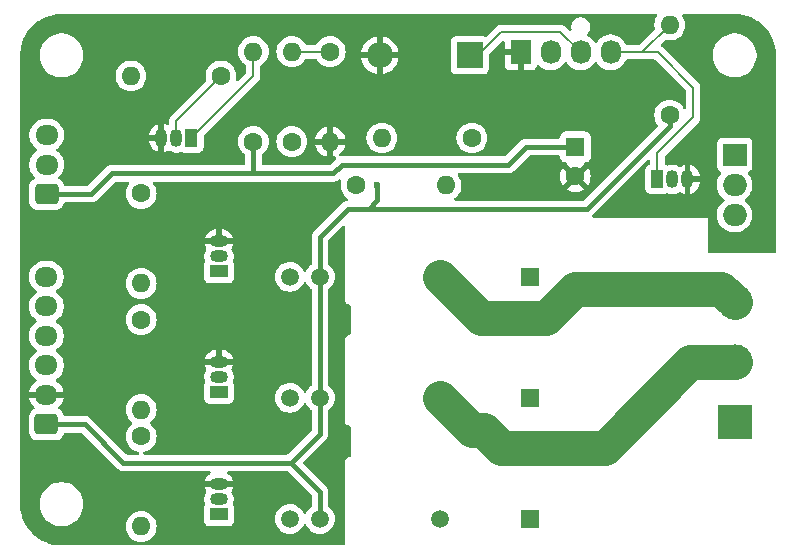
<source format=gtl>
G04 #@! TF.GenerationSoftware,KiCad,Pcbnew,8.0.5-8.0.5-0~ubuntu24.04.1*
G04 #@! TF.CreationDate,2024-09-07T16:25:21-07:00*
G04 #@! TF.ProjectId,pifire-relay-pwm-module-SSR-alt,70696669-7265-42d7-9265-6c61792d7077,rev?*
G04 #@! TF.SameCoordinates,Original*
G04 #@! TF.FileFunction,Copper,L1,Top*
G04 #@! TF.FilePolarity,Positive*
%FSLAX46Y46*%
G04 Gerber Fmt 4.6, Leading zero omitted, Abs format (unit mm)*
G04 Created by KiCad (PCBNEW 8.0.5-8.0.5-0~ubuntu24.04.1) date 2024-09-07 16:25:21*
%MOMM*%
%LPD*%
G01*
G04 APERTURE LIST*
G04 Aperture macros list*
%AMRoundRect*
0 Rectangle with rounded corners*
0 $1 Rounding radius*
0 $2 $3 $4 $5 $6 $7 $8 $9 X,Y pos of 4 corners*
0 Add a 4 corners polygon primitive as box body*
4,1,4,$2,$3,$4,$5,$6,$7,$8,$9,$2,$3,0*
0 Add four circle primitives for the rounded corners*
1,1,$1+$1,$2,$3*
1,1,$1+$1,$4,$5*
1,1,$1+$1,$6,$7*
1,1,$1+$1,$8,$9*
0 Add four rect primitives between the rounded corners*
20,1,$1+$1,$2,$3,$4,$5,0*
20,1,$1+$1,$4,$5,$6,$7,0*
20,1,$1+$1,$6,$7,$8,$9,0*
20,1,$1+$1,$8,$9,$2,$3,0*%
G04 Aperture macros list end*
G04 #@! TA.AperFunction,ComponentPad*
%ADD10R,1.508000X1.508000*%
G04 #@! TD*
G04 #@! TA.AperFunction,ComponentPad*
%ADD11C,1.508000*%
G04 #@! TD*
G04 #@! TA.AperFunction,ComponentPad*
%ADD12C,1.600000*%
G04 #@! TD*
G04 #@! TA.AperFunction,ComponentPad*
%ADD13O,1.600000X1.600000*%
G04 #@! TD*
G04 #@! TA.AperFunction,ComponentPad*
%ADD14R,1.500000X1.050000*%
G04 #@! TD*
G04 #@! TA.AperFunction,ComponentPad*
%ADD15O,1.500000X1.050000*%
G04 #@! TD*
G04 #@! TA.AperFunction,ComponentPad*
%ADD16R,2.000000X1.905000*%
G04 #@! TD*
G04 #@! TA.AperFunction,ComponentPad*
%ADD17O,2.000000X1.905000*%
G04 #@! TD*
G04 #@! TA.AperFunction,ComponentPad*
%ADD18R,1.730000X2.030000*%
G04 #@! TD*
G04 #@! TA.AperFunction,ComponentPad*
%ADD19O,1.730000X2.030000*%
G04 #@! TD*
G04 #@! TA.AperFunction,ComponentPad*
%ADD20R,1.050000X1.500000*%
G04 #@! TD*
G04 #@! TA.AperFunction,ComponentPad*
%ADD21O,1.050000X1.500000*%
G04 #@! TD*
G04 #@! TA.AperFunction,ComponentPad*
%ADD22R,2.200000X2.200000*%
G04 #@! TD*
G04 #@! TA.AperFunction,ComponentPad*
%ADD23O,2.200000X2.200000*%
G04 #@! TD*
G04 #@! TA.AperFunction,ComponentPad*
%ADD24RoundRect,0.250000X0.725000X-0.600000X0.725000X0.600000X-0.725000X0.600000X-0.725000X-0.600000X0*%
G04 #@! TD*
G04 #@! TA.AperFunction,ComponentPad*
%ADD25O,1.950000X1.700000*%
G04 #@! TD*
G04 #@! TA.AperFunction,ComponentPad*
%ADD26R,3.000000X3.000000*%
G04 #@! TD*
G04 #@! TA.AperFunction,ComponentPad*
%ADD27C,3.000000*%
G04 #@! TD*
G04 #@! TA.AperFunction,ComponentPad*
%ADD28R,1.600000X1.600000*%
G04 #@! TD*
G04 #@! TA.AperFunction,ViaPad*
%ADD29C,0.600000*%
G04 #@! TD*
G04 #@! TA.AperFunction,Conductor*
%ADD30C,0.200000*%
G04 #@! TD*
G04 #@! TA.AperFunction,Conductor*
%ADD31C,0.400000*%
G04 #@! TD*
G04 #@! TA.AperFunction,Conductor*
%ADD32C,3.000000*%
G04 #@! TD*
G04 APERTURE END LIST*
D10*
X68660000Y-68250000D03*
D11*
X61040000Y-68250000D03*
X50880000Y-68250000D03*
X48340000Y-68250000D03*
D12*
X53940000Y-40000000D03*
D13*
X61560000Y-40000000D03*
D14*
X42332500Y-67852500D03*
D15*
X42332500Y-66582500D03*
X42332500Y-65312500D03*
D10*
X68660000Y-47750000D03*
D11*
X61040000Y-47750000D03*
X50880000Y-47750000D03*
X48340000Y-47750000D03*
D16*
X86000000Y-37420000D03*
D17*
X86000000Y-39960000D03*
X86000000Y-42500000D03*
D18*
X67880000Y-28750000D03*
D19*
X70420000Y-28750000D03*
X72960000Y-28750000D03*
X75500000Y-28750000D03*
D12*
X48500000Y-36310000D03*
D13*
X48500000Y-28690000D03*
D12*
X35750000Y-51380000D03*
D13*
X35750000Y-59000000D03*
D20*
X40000000Y-36000000D03*
D21*
X38730000Y-36000000D03*
X37460000Y-36000000D03*
D12*
X42500000Y-30750000D03*
D13*
X34880000Y-30750000D03*
D22*
X63560000Y-29000000D03*
D23*
X55940000Y-29000000D03*
D24*
X27725000Y-60250000D03*
D25*
X27725000Y-57750000D03*
X27725000Y-55250000D03*
X27725000Y-52750000D03*
X27725000Y-50250000D03*
X27725000Y-47750000D03*
D26*
X86000000Y-60080000D03*
D27*
X86000000Y-55000000D03*
X86000000Y-49920000D03*
D10*
X68660000Y-58000000D03*
D11*
X61040000Y-58000000D03*
X50880000Y-58000000D03*
X48340000Y-58000000D03*
D24*
X27750000Y-40750000D03*
D25*
X27750000Y-38250000D03*
X27750000Y-35750000D03*
D12*
X35750000Y-61272500D03*
D13*
X35750000Y-68892500D03*
D12*
X45250000Y-36310000D03*
D13*
X45250000Y-28690000D03*
D20*
X79460000Y-39500000D03*
D21*
X80730000Y-39500000D03*
X82000000Y-39500000D03*
D14*
X42332500Y-57500000D03*
D15*
X42332500Y-56230000D03*
X42332500Y-54960000D03*
D12*
X80500000Y-34060000D03*
D13*
X80500000Y-26440000D03*
D12*
X35750000Y-40690000D03*
D13*
X35750000Y-48310000D03*
D12*
X63750000Y-36000000D03*
D13*
X56130000Y-36000000D03*
D28*
X72500000Y-36750000D03*
D12*
X72500000Y-39250000D03*
X51750000Y-28690000D03*
D13*
X51750000Y-36310000D03*
D14*
X42332500Y-47290000D03*
D15*
X42332500Y-46020000D03*
X42332500Y-44750000D03*
D29*
X55750000Y-40000000D03*
D30*
X68660000Y-58000000D02*
X68660000Y-57250000D01*
D31*
X80500000Y-35000000D02*
X80500000Y-34060000D01*
X50880000Y-44370000D02*
X53250000Y-42000000D01*
X48427500Y-63500000D02*
X50880000Y-65952500D01*
X50880000Y-65952500D02*
X50880000Y-68250000D01*
X55750000Y-41250000D02*
X55750000Y-40000000D01*
X50880000Y-61047500D02*
X50880000Y-58000000D01*
X48427500Y-63500000D02*
X50880000Y-61047500D01*
X50880000Y-47750000D02*
X50880000Y-44370000D01*
X53250000Y-42000000D02*
X55000000Y-42000000D01*
X34250000Y-63500000D02*
X31000000Y-60250000D01*
X73500000Y-42000000D02*
X80500000Y-35000000D01*
X55000000Y-42000000D02*
X73500000Y-42000000D01*
X55000000Y-42000000D02*
X55750000Y-41250000D01*
X31000000Y-60250000D02*
X27725000Y-60250000D01*
X48427500Y-63500000D02*
X34250000Y-63500000D01*
X50880000Y-58000000D02*
X50880000Y-47750000D01*
D32*
X61040000Y-47750000D02*
X64540000Y-51250000D01*
X72500000Y-48750000D02*
X84830000Y-48750000D01*
X84830000Y-48750000D02*
X86000000Y-49920000D01*
X64540000Y-51250000D02*
X70000000Y-51250000D01*
X70000000Y-51250000D02*
X72500000Y-48750000D01*
D30*
X40000000Y-36000000D02*
X45250000Y-30750000D01*
X45250000Y-30750000D02*
X45250000Y-28690000D01*
D31*
X31500000Y-40750000D02*
X27750000Y-40750000D01*
X68340000Y-36750000D02*
X72500000Y-36750000D01*
X52750000Y-38250000D02*
X66840000Y-38250000D01*
X66840000Y-38250000D02*
X68340000Y-36750000D01*
X45250000Y-39000000D02*
X33250000Y-39000000D01*
X52000000Y-39000000D02*
X52750000Y-38250000D01*
X45250000Y-39000000D02*
X52000000Y-39000000D01*
X33250000Y-39000000D02*
X31500000Y-40750000D01*
X45250000Y-36310000D02*
X45250000Y-39000000D01*
D32*
X61040000Y-58000000D02*
X63790000Y-60750000D01*
X64750000Y-60750000D02*
X66250000Y-62250000D01*
X75000000Y-62250000D02*
X82250000Y-55000000D01*
X82250000Y-55000000D02*
X86000000Y-55000000D01*
X66250000Y-62250000D02*
X75000000Y-62250000D01*
X63790000Y-60750000D02*
X64750000Y-60750000D01*
D30*
X38730000Y-34520000D02*
X38730000Y-36000000D01*
X42500000Y-30750000D02*
X38730000Y-34520000D01*
X82500000Y-34250000D02*
X82500000Y-31750000D01*
X79460000Y-37290000D02*
X82500000Y-34250000D01*
X79460000Y-39500000D02*
X79460000Y-37290000D01*
X75500000Y-28750000D02*
X77750000Y-28750000D01*
X82500000Y-31750000D02*
X79500000Y-28750000D01*
X79500000Y-28750000D02*
X77750000Y-28750000D01*
X77750000Y-28750000D02*
X78190000Y-28750000D01*
X78190000Y-28750000D02*
X80500000Y-26440000D01*
X48500000Y-28690000D02*
X51750000Y-28690000D01*
X66250000Y-27000000D02*
X71210000Y-27000000D01*
X64250000Y-29000000D02*
X66250000Y-27000000D01*
X63560000Y-29000000D02*
X64250000Y-29000000D01*
X71210000Y-27000000D02*
X72960000Y-28750000D01*
G04 #@! TA.AperFunction,Conductor*
G36*
X79399065Y-25520185D02*
G01*
X79444820Y-25572989D01*
X79454764Y-25642147D01*
X79433601Y-25695623D01*
X79369432Y-25787265D01*
X79369431Y-25787267D01*
X79273261Y-25993502D01*
X79273258Y-25993511D01*
X79214366Y-26213302D01*
X79214364Y-26213313D01*
X79194532Y-26439998D01*
X79194532Y-26440001D01*
X79214364Y-26666686D01*
X79214366Y-26666697D01*
X79240152Y-26762931D01*
X79238489Y-26832781D01*
X79208058Y-26882705D01*
X77977584Y-28113181D01*
X77916261Y-28146666D01*
X77889903Y-28149500D01*
X76878828Y-28149500D01*
X76811789Y-28129815D01*
X76768434Y-28079781D01*
X76767670Y-28080171D01*
X76766096Y-28077083D01*
X76766034Y-28077011D01*
X76765881Y-28076661D01*
X76762393Y-28069815D01*
X76667880Y-27884322D01*
X76541545Y-27710437D01*
X76389563Y-27558455D01*
X76215678Y-27432120D01*
X76181707Y-27414811D01*
X76024170Y-27334541D01*
X76024167Y-27334540D01*
X75819757Y-27268124D01*
X75667105Y-27243946D01*
X75607467Y-27234500D01*
X75392533Y-27234500D01*
X75332895Y-27243946D01*
X75180243Y-27268124D01*
X75180240Y-27268124D01*
X74975832Y-27334540D01*
X74975829Y-27334541D01*
X74784321Y-27432120D01*
X74685114Y-27504198D01*
X74610437Y-27558455D01*
X74610435Y-27558457D01*
X74610434Y-27558457D01*
X74458457Y-27710434D01*
X74458457Y-27710435D01*
X74458455Y-27710437D01*
X74396352Y-27795915D01*
X74330318Y-27886802D01*
X74274988Y-27929467D01*
X74205374Y-27935446D01*
X74143579Y-27902840D01*
X74129682Y-27886802D01*
X74063648Y-27795915D01*
X74001545Y-27710437D01*
X73849563Y-27558455D01*
X73675678Y-27432120D01*
X73545725Y-27365905D01*
X73494929Y-27317930D01*
X73478134Y-27250109D01*
X73500672Y-27183974D01*
X73514333Y-27167744D01*
X73581789Y-27100289D01*
X73669394Y-26969179D01*
X73729737Y-26823497D01*
X73760500Y-26668842D01*
X73760500Y-26511158D01*
X73760500Y-26511155D01*
X73760499Y-26511153D01*
X73752186Y-26469360D01*
X73729737Y-26356503D01*
X73729735Y-26356498D01*
X73669397Y-26210827D01*
X73669390Y-26210814D01*
X73581789Y-26079711D01*
X73581786Y-26079707D01*
X73470292Y-25968213D01*
X73470288Y-25968210D01*
X73339185Y-25880609D01*
X73339172Y-25880602D01*
X73193501Y-25820264D01*
X73193489Y-25820261D01*
X73038845Y-25789500D01*
X73038842Y-25789500D01*
X72881158Y-25789500D01*
X72881155Y-25789500D01*
X72726510Y-25820261D01*
X72726498Y-25820264D01*
X72580827Y-25880602D01*
X72580814Y-25880609D01*
X72449711Y-25968210D01*
X72449707Y-25968213D01*
X72338213Y-26079707D01*
X72338210Y-26079711D01*
X72250609Y-26210814D01*
X72250602Y-26210827D01*
X72190264Y-26356498D01*
X72190261Y-26356510D01*
X72159500Y-26511153D01*
X72159500Y-26668846D01*
X72186875Y-26806470D01*
X72180648Y-26876062D01*
X72137785Y-26931239D01*
X72071895Y-26954483D01*
X72003898Y-26938415D01*
X71977577Y-26918342D01*
X71697590Y-26638355D01*
X71697588Y-26638352D01*
X71578717Y-26519481D01*
X71578716Y-26519480D01*
X71491904Y-26469360D01*
X71491904Y-26469359D01*
X71491900Y-26469358D01*
X71441785Y-26440423D01*
X71289057Y-26399499D01*
X71130943Y-26399499D01*
X71123347Y-26399499D01*
X71123331Y-26399500D01*
X66329057Y-26399500D01*
X66170943Y-26399500D01*
X66018215Y-26440423D01*
X66018214Y-26440423D01*
X66018212Y-26440424D01*
X66018209Y-26440425D01*
X65968096Y-26469359D01*
X65968095Y-26469360D01*
X65924689Y-26494420D01*
X65881285Y-26519479D01*
X65881282Y-26519481D01*
X65769478Y-26631286D01*
X64989437Y-27411326D01*
X64928114Y-27444811D01*
X64858423Y-27439827D01*
X64767482Y-27405908D01*
X64767483Y-27405908D01*
X64707883Y-27399501D01*
X64707881Y-27399500D01*
X64707873Y-27399500D01*
X64707864Y-27399500D01*
X62412129Y-27399500D01*
X62412123Y-27399501D01*
X62352516Y-27405908D01*
X62217671Y-27456202D01*
X62217664Y-27456206D01*
X62102455Y-27542452D01*
X62102452Y-27542455D01*
X62016206Y-27657664D01*
X62016202Y-27657671D01*
X61965908Y-27792517D01*
X61959501Y-27852116D01*
X61959500Y-27852135D01*
X61959500Y-30147870D01*
X61959501Y-30147876D01*
X61965908Y-30207483D01*
X62016202Y-30342328D01*
X62016206Y-30342335D01*
X62102452Y-30457544D01*
X62102455Y-30457547D01*
X62217664Y-30543793D01*
X62217671Y-30543797D01*
X62352517Y-30594091D01*
X62352516Y-30594091D01*
X62359444Y-30594835D01*
X62412127Y-30600500D01*
X64707872Y-30600499D01*
X64767483Y-30594091D01*
X64902331Y-30543796D01*
X65017546Y-30457546D01*
X65103796Y-30342331D01*
X65154091Y-30207483D01*
X65160500Y-30147873D01*
X65160499Y-28990095D01*
X65180184Y-28923057D01*
X65196813Y-28902420D01*
X66303320Y-27795913D01*
X66364642Y-27762430D01*
X66434334Y-27767414D01*
X66490267Y-27809286D01*
X66514684Y-27874750D01*
X66515000Y-27883596D01*
X66515000Y-28500000D01*
X67435440Y-28500000D01*
X67404755Y-28553147D01*
X67370000Y-28682857D01*
X67370000Y-28817143D01*
X67404755Y-28946853D01*
X67435440Y-29000000D01*
X66515000Y-29000000D01*
X66515000Y-29812844D01*
X66521401Y-29872372D01*
X66521403Y-29872379D01*
X66571645Y-30007086D01*
X66571649Y-30007093D01*
X66657809Y-30122187D01*
X66657812Y-30122190D01*
X66772906Y-30208350D01*
X66772913Y-30208354D01*
X66907620Y-30258596D01*
X66907627Y-30258598D01*
X66967155Y-30264999D01*
X66967172Y-30265000D01*
X67630000Y-30265000D01*
X67630000Y-29194560D01*
X67683147Y-29225245D01*
X67812857Y-29260000D01*
X67947143Y-29260000D01*
X68076853Y-29225245D01*
X68130000Y-29194560D01*
X68130000Y-30265000D01*
X68792828Y-30265000D01*
X68792844Y-30264999D01*
X68852372Y-30258598D01*
X68852379Y-30258596D01*
X68987086Y-30208354D01*
X68987093Y-30208350D01*
X69102187Y-30122190D01*
X69102190Y-30122187D01*
X69188350Y-30007093D01*
X69188355Y-30007084D01*
X69231659Y-29890979D01*
X69273529Y-29835045D01*
X69338994Y-29810627D01*
X69407267Y-29825478D01*
X69435522Y-29846630D01*
X69530437Y-29941545D01*
X69704322Y-30067880D01*
X69798251Y-30115739D01*
X69895829Y-30165458D01*
X69895832Y-30165459D01*
X70027839Y-30208350D01*
X70100245Y-30231876D01*
X70312533Y-30265500D01*
X70312534Y-30265500D01*
X70527466Y-30265500D01*
X70527467Y-30265500D01*
X70739755Y-30231876D01*
X70739758Y-30231875D01*
X70739759Y-30231875D01*
X70944167Y-30165459D01*
X70944170Y-30165458D01*
X70978663Y-30147883D01*
X71135678Y-30067880D01*
X71309563Y-29941545D01*
X71461545Y-29789563D01*
X71587880Y-29615678D01*
X71587879Y-29615678D01*
X71589682Y-29613198D01*
X71645012Y-29570532D01*
X71714625Y-29564553D01*
X71776420Y-29597159D01*
X71790318Y-29613198D01*
X71792120Y-29615678D01*
X71918455Y-29789563D01*
X72070437Y-29941545D01*
X72244322Y-30067880D01*
X72338251Y-30115739D01*
X72435829Y-30165458D01*
X72435832Y-30165459D01*
X72567839Y-30208350D01*
X72640245Y-30231876D01*
X72852533Y-30265500D01*
X72852534Y-30265500D01*
X73067466Y-30265500D01*
X73067467Y-30265500D01*
X73279755Y-30231876D01*
X73279758Y-30231875D01*
X73279759Y-30231875D01*
X73484167Y-30165459D01*
X73484170Y-30165458D01*
X73518663Y-30147883D01*
X73675678Y-30067880D01*
X73849563Y-29941545D01*
X74001545Y-29789563D01*
X74127880Y-29615678D01*
X74127879Y-29615678D01*
X74129682Y-29613198D01*
X74185012Y-29570532D01*
X74254625Y-29564553D01*
X74316420Y-29597159D01*
X74330318Y-29613198D01*
X74332120Y-29615678D01*
X74458455Y-29789563D01*
X74610437Y-29941545D01*
X74784322Y-30067880D01*
X74878251Y-30115739D01*
X74975829Y-30165458D01*
X74975832Y-30165459D01*
X75107839Y-30208350D01*
X75180245Y-30231876D01*
X75392533Y-30265500D01*
X75392534Y-30265500D01*
X75607466Y-30265500D01*
X75607467Y-30265500D01*
X75819755Y-30231876D01*
X75819758Y-30231875D01*
X75819759Y-30231875D01*
X76024167Y-30165459D01*
X76024170Y-30165458D01*
X76058663Y-30147883D01*
X76215678Y-30067880D01*
X76389563Y-29941545D01*
X76541545Y-29789563D01*
X76667880Y-29615678D01*
X76765458Y-29424170D01*
X76765457Y-29424170D01*
X76767670Y-29419829D01*
X76769377Y-29420698D01*
X76808125Y-29372632D01*
X76874423Y-29350578D01*
X76878828Y-29350500D01*
X77670943Y-29350500D01*
X78103331Y-29350500D01*
X78103347Y-29350501D01*
X78110943Y-29350501D01*
X78276653Y-29350501D01*
X78276669Y-29350500D01*
X79199903Y-29350500D01*
X79266942Y-29370185D01*
X79287584Y-29386819D01*
X81863181Y-31962416D01*
X81896666Y-32023739D01*
X81899500Y-32050097D01*
X81899500Y-33424664D01*
X81879815Y-33491703D01*
X81827011Y-33537458D01*
X81757853Y-33547402D01*
X81694297Y-33518377D01*
X81663118Y-33477069D01*
X81630568Y-33407267D01*
X81630567Y-33407265D01*
X81500045Y-33220858D01*
X81339141Y-33059954D01*
X81152734Y-32929432D01*
X81152732Y-32929431D01*
X80946497Y-32833261D01*
X80946488Y-32833258D01*
X80726697Y-32774366D01*
X80726693Y-32774365D01*
X80726692Y-32774365D01*
X80726691Y-32774364D01*
X80726686Y-32774364D01*
X80500002Y-32754532D01*
X80499998Y-32754532D01*
X80273313Y-32774364D01*
X80273302Y-32774366D01*
X80053511Y-32833258D01*
X80053502Y-32833261D01*
X79847267Y-32929431D01*
X79847265Y-32929432D01*
X79660858Y-33059954D01*
X79499954Y-33220858D01*
X79369432Y-33407265D01*
X79369431Y-33407267D01*
X79273261Y-33613502D01*
X79273258Y-33613511D01*
X79214366Y-33833302D01*
X79214364Y-33833313D01*
X79194532Y-34059998D01*
X79194532Y-34060001D01*
X79214364Y-34286686D01*
X79214366Y-34286697D01*
X79273258Y-34506488D01*
X79273261Y-34506497D01*
X79369431Y-34712732D01*
X79369432Y-34712734D01*
X79485678Y-34878753D01*
X79508006Y-34944960D01*
X79490994Y-35012727D01*
X79471784Y-35037557D01*
X73246162Y-41263181D01*
X73184839Y-41296666D01*
X73158481Y-41299500D01*
X62364752Y-41299500D01*
X62297713Y-41279815D01*
X62251958Y-41227011D01*
X62242014Y-41157853D01*
X62271039Y-41094297D01*
X62293629Y-41073925D01*
X62399139Y-41000047D01*
X62560047Y-40839139D01*
X62690568Y-40652734D01*
X62786739Y-40446496D01*
X62845635Y-40226692D01*
X62865468Y-40000000D01*
X62865223Y-39997204D01*
X62851964Y-39845646D01*
X62845635Y-39773308D01*
X62786739Y-39553504D01*
X62690568Y-39347266D01*
X62578051Y-39186573D01*
X62560043Y-39160855D01*
X62556566Y-39156711D01*
X62557810Y-39155666D01*
X62527883Y-39100858D01*
X62532867Y-39031166D01*
X62574739Y-38975233D01*
X62640203Y-38950816D01*
X62649049Y-38950500D01*
X66908996Y-38950500D01*
X67012455Y-38929920D01*
X67044328Y-38923580D01*
X67109833Y-38896447D01*
X67171807Y-38870777D01*
X67171808Y-38870776D01*
X67171811Y-38870775D01*
X67286543Y-38794114D01*
X68593837Y-37486818D01*
X68655160Y-37453334D01*
X68681518Y-37450500D01*
X71075501Y-37450500D01*
X71142540Y-37470185D01*
X71188295Y-37522989D01*
X71199501Y-37574500D01*
X71199501Y-37597876D01*
X71205908Y-37657483D01*
X71256202Y-37792328D01*
X71256206Y-37792335D01*
X71342452Y-37907544D01*
X71342455Y-37907547D01*
X71457664Y-37993793D01*
X71457671Y-37993797D01*
X71502618Y-38010561D01*
X71592517Y-38044091D01*
X71652127Y-38050500D01*
X71652153Y-38050499D01*
X71655453Y-38050678D01*
X71655372Y-38052183D01*
X71716672Y-38070112D01*
X71762483Y-38122867D01*
X71770016Y-38166464D01*
X72453553Y-38850000D01*
X72447339Y-38850000D01*
X72345606Y-38877259D01*
X72254394Y-38929920D01*
X72179920Y-39004394D01*
X72127259Y-39095606D01*
X72100000Y-39197339D01*
X72100000Y-39203552D01*
X71420974Y-38524526D01*
X71420973Y-38524526D01*
X71369868Y-38597512D01*
X71369866Y-38597516D01*
X71273734Y-38803673D01*
X71273730Y-38803682D01*
X71214860Y-39023389D01*
X71214858Y-39023400D01*
X71195034Y-39249997D01*
X71195034Y-39250000D01*
X71214858Y-39476599D01*
X71214860Y-39476610D01*
X71273730Y-39696317D01*
X71273735Y-39696331D01*
X71369863Y-39902478D01*
X71420974Y-39975472D01*
X72100000Y-39296446D01*
X72100000Y-39302661D01*
X72127259Y-39404394D01*
X72179920Y-39495606D01*
X72254394Y-39570080D01*
X72345606Y-39622741D01*
X72447339Y-39650000D01*
X72453553Y-39650000D01*
X71774526Y-40329025D01*
X71847513Y-40380132D01*
X71847521Y-40380136D01*
X72053668Y-40476264D01*
X72053682Y-40476269D01*
X72273389Y-40535139D01*
X72273400Y-40535141D01*
X72499998Y-40554966D01*
X72500002Y-40554966D01*
X72726599Y-40535141D01*
X72726610Y-40535139D01*
X72946317Y-40476269D01*
X72946331Y-40476264D01*
X73152478Y-40380136D01*
X73225471Y-40329024D01*
X72546447Y-39650000D01*
X72552661Y-39650000D01*
X72654394Y-39622741D01*
X72745606Y-39570080D01*
X72820080Y-39495606D01*
X72872741Y-39404394D01*
X72900000Y-39302661D01*
X72900000Y-39296447D01*
X73579024Y-39975471D01*
X73630136Y-39902478D01*
X73726264Y-39696331D01*
X73726269Y-39696317D01*
X73785139Y-39476610D01*
X73785141Y-39476599D01*
X73804966Y-39250000D01*
X73804966Y-39249997D01*
X73785141Y-39023400D01*
X73785139Y-39023389D01*
X73726269Y-38803682D01*
X73726264Y-38803668D01*
X73630136Y-38597521D01*
X73630132Y-38597513D01*
X73579025Y-38524526D01*
X72900000Y-39203551D01*
X72900000Y-39197339D01*
X72872741Y-39095606D01*
X72820080Y-39004394D01*
X72745606Y-38929920D01*
X72654394Y-38877259D01*
X72552661Y-38850000D01*
X72546448Y-38850000D01*
X73230645Y-38165801D01*
X73240492Y-38116807D01*
X73289107Y-38066624D01*
X73344633Y-38051981D01*
X73344576Y-38050900D01*
X73344571Y-38050854D01*
X73344573Y-38050853D01*
X73344564Y-38050676D01*
X73347857Y-38050499D01*
X73347872Y-38050499D01*
X73407483Y-38044091D01*
X73542331Y-37993796D01*
X73657546Y-37907546D01*
X73743796Y-37792331D01*
X73794091Y-37657483D01*
X73800500Y-37597873D01*
X73800499Y-35902128D01*
X73794091Y-35842517D01*
X73781238Y-35808057D01*
X73743797Y-35707671D01*
X73743793Y-35707664D01*
X73657547Y-35592455D01*
X73657544Y-35592452D01*
X73542335Y-35506206D01*
X73542328Y-35506202D01*
X73407482Y-35455908D01*
X73407483Y-35455908D01*
X73347883Y-35449501D01*
X73347881Y-35449500D01*
X73347873Y-35449500D01*
X73347864Y-35449500D01*
X71652129Y-35449500D01*
X71652123Y-35449501D01*
X71592516Y-35455908D01*
X71457671Y-35506202D01*
X71457664Y-35506206D01*
X71342455Y-35592452D01*
X71342452Y-35592455D01*
X71256206Y-35707664D01*
X71256202Y-35707671D01*
X71205908Y-35842517D01*
X71203634Y-35863673D01*
X71199501Y-35902123D01*
X71199500Y-35902135D01*
X71199500Y-35925500D01*
X71179815Y-35992539D01*
X71127011Y-36038294D01*
X71075500Y-36049500D01*
X68271003Y-36049500D01*
X68162590Y-36071065D01*
X68162589Y-36071065D01*
X68146379Y-36074289D01*
X68135669Y-36076420D01*
X68106046Y-36088691D01*
X68008188Y-36129225D01*
X68008188Y-36129226D01*
X67893456Y-36205886D01*
X67893453Y-36205889D01*
X66586162Y-37513181D01*
X66524839Y-37546666D01*
X66498481Y-37549500D01*
X63800768Y-37549500D01*
X63748332Y-37534102D01*
X63723664Y-37547069D01*
X63699232Y-37549500D01*
X56180768Y-37549500D01*
X56128332Y-37534102D01*
X56103664Y-37547069D01*
X56079232Y-37549500D01*
X52681006Y-37549500D01*
X52652160Y-37555237D01*
X52582569Y-37549008D01*
X52527392Y-37506143D01*
X52504150Y-37440253D01*
X52520219Y-37372256D01*
X52556850Y-37332043D01*
X52588819Y-37309658D01*
X52749657Y-37148820D01*
X52880134Y-36962482D01*
X52976265Y-36756326D01*
X52976269Y-36756317D01*
X53028872Y-36560000D01*
X52065686Y-36560000D01*
X52070080Y-36555606D01*
X52122741Y-36464394D01*
X52150000Y-36362661D01*
X52150000Y-36257339D01*
X52122741Y-36155606D01*
X52070080Y-36064394D01*
X52065686Y-36060000D01*
X53028872Y-36060000D01*
X53028872Y-36059999D01*
X53012795Y-35999998D01*
X54824532Y-35999998D01*
X54824532Y-36000001D01*
X54844364Y-36226686D01*
X54844366Y-36226697D01*
X54903258Y-36446488D01*
X54903261Y-36446497D01*
X54999431Y-36652732D01*
X54999432Y-36652734D01*
X55129954Y-36839141D01*
X55290858Y-37000045D01*
X55290861Y-37000047D01*
X55477266Y-37130568D01*
X55683504Y-37226739D01*
X55903308Y-37285635D01*
X56045262Y-37298054D01*
X56090039Y-37301972D01*
X56129124Y-37317260D01*
X56145833Y-37306523D01*
X56169961Y-37301972D01*
X56208828Y-37298571D01*
X56356692Y-37285635D01*
X56576496Y-37226739D01*
X56782734Y-37130568D01*
X56969139Y-37000047D01*
X57130047Y-36839139D01*
X57260568Y-36652734D01*
X57356739Y-36446496D01*
X57415635Y-36226692D01*
X57435468Y-36000000D01*
X57435468Y-35999998D01*
X62444532Y-35999998D01*
X62444532Y-36000001D01*
X62464364Y-36226686D01*
X62464366Y-36226697D01*
X62523258Y-36446488D01*
X62523261Y-36446497D01*
X62619431Y-36652732D01*
X62619432Y-36652734D01*
X62749954Y-36839141D01*
X62910858Y-37000045D01*
X62910861Y-37000047D01*
X63097266Y-37130568D01*
X63303504Y-37226739D01*
X63523308Y-37285635D01*
X63665262Y-37298054D01*
X63710039Y-37301972D01*
X63749124Y-37317260D01*
X63765833Y-37306523D01*
X63789961Y-37301972D01*
X63828828Y-37298571D01*
X63976692Y-37285635D01*
X64196496Y-37226739D01*
X64402734Y-37130568D01*
X64589139Y-37000047D01*
X64750047Y-36839139D01*
X64880568Y-36652734D01*
X64976739Y-36446496D01*
X65035635Y-36226692D01*
X65055468Y-36000000D01*
X65053141Y-35973408D01*
X65042895Y-35856287D01*
X65035635Y-35773308D01*
X64976739Y-35553504D01*
X64880568Y-35347266D01*
X64750047Y-35160861D01*
X64750045Y-35160858D01*
X64589141Y-34999954D01*
X64402734Y-34869432D01*
X64402732Y-34869431D01*
X64196497Y-34773261D01*
X64196488Y-34773258D01*
X63976697Y-34714366D01*
X63976693Y-34714365D01*
X63976692Y-34714365D01*
X63976691Y-34714364D01*
X63976686Y-34714364D01*
X63750002Y-34694532D01*
X63749998Y-34694532D01*
X63523313Y-34714364D01*
X63523302Y-34714366D01*
X63303511Y-34773258D01*
X63303502Y-34773261D01*
X63097267Y-34869431D01*
X63097265Y-34869432D01*
X62910858Y-34999954D01*
X62749954Y-35160858D01*
X62619432Y-35347265D01*
X62619431Y-35347267D01*
X62523261Y-35553502D01*
X62523258Y-35553511D01*
X62464366Y-35773302D01*
X62464364Y-35773313D01*
X62444532Y-35999998D01*
X57435468Y-35999998D01*
X57433141Y-35973408D01*
X57422895Y-35856287D01*
X57415635Y-35773308D01*
X57356739Y-35553504D01*
X57260568Y-35347266D01*
X57130047Y-35160861D01*
X57130045Y-35160858D01*
X56969141Y-34999954D01*
X56782734Y-34869432D01*
X56782732Y-34869431D01*
X56576497Y-34773261D01*
X56576488Y-34773258D01*
X56356697Y-34714366D01*
X56356693Y-34714365D01*
X56356692Y-34714365D01*
X56356691Y-34714364D01*
X56356686Y-34714364D01*
X56130002Y-34694532D01*
X56129998Y-34694532D01*
X55903313Y-34714364D01*
X55903302Y-34714366D01*
X55683511Y-34773258D01*
X55683502Y-34773261D01*
X55477267Y-34869431D01*
X55477265Y-34869432D01*
X55290858Y-34999954D01*
X55129954Y-35160858D01*
X54999432Y-35347265D01*
X54999431Y-35347267D01*
X54903261Y-35553502D01*
X54903258Y-35553511D01*
X54844366Y-35773302D01*
X54844364Y-35773313D01*
X54824532Y-35999998D01*
X53012795Y-35999998D01*
X52976269Y-35863682D01*
X52976265Y-35863673D01*
X52880134Y-35657517D01*
X52749657Y-35471179D01*
X52588820Y-35310342D01*
X52402482Y-35179865D01*
X52196328Y-35083734D01*
X52000000Y-35031127D01*
X52000000Y-35994314D01*
X51995606Y-35989920D01*
X51904394Y-35937259D01*
X51802661Y-35910000D01*
X51697339Y-35910000D01*
X51595606Y-35937259D01*
X51504394Y-35989920D01*
X51500000Y-35994314D01*
X51500000Y-35031127D01*
X51303671Y-35083734D01*
X51097517Y-35179865D01*
X50911179Y-35310342D01*
X50750342Y-35471179D01*
X50619865Y-35657517D01*
X50523734Y-35863673D01*
X50523730Y-35863682D01*
X50471127Y-36059999D01*
X50471128Y-36060000D01*
X51434314Y-36060000D01*
X51429920Y-36064394D01*
X51377259Y-36155606D01*
X51350000Y-36257339D01*
X51350000Y-36362661D01*
X51377259Y-36464394D01*
X51429920Y-36555606D01*
X51434314Y-36560000D01*
X50471128Y-36560000D01*
X50523730Y-36756317D01*
X50523734Y-36756326D01*
X50619865Y-36962482D01*
X50750342Y-37148820D01*
X50911179Y-37309657D01*
X51097517Y-37440134D01*
X51303673Y-37536265D01*
X51303682Y-37536269D01*
X51499999Y-37588872D01*
X51500000Y-37588871D01*
X51500000Y-36625686D01*
X51504394Y-36630080D01*
X51595606Y-36682741D01*
X51697339Y-36710000D01*
X51802661Y-36710000D01*
X51904394Y-36682741D01*
X51995606Y-36630080D01*
X52000000Y-36625686D01*
X52000000Y-37588871D01*
X52127366Y-37554744D01*
X52197216Y-37556407D01*
X52255079Y-37595569D01*
X52282583Y-37659798D01*
X52270997Y-37728700D01*
X52247141Y-37762200D01*
X51746162Y-38263181D01*
X51684839Y-38296666D01*
X51658481Y-38299500D01*
X46074500Y-38299500D01*
X46007461Y-38279815D01*
X45961706Y-38227011D01*
X45950500Y-38175500D01*
X45950500Y-37471672D01*
X45970185Y-37404633D01*
X46003375Y-37370098D01*
X46089139Y-37310047D01*
X46250047Y-37149139D01*
X46380568Y-36962734D01*
X46476739Y-36756496D01*
X46535635Y-36536692D01*
X46555468Y-36310000D01*
X46555468Y-36309998D01*
X47194532Y-36309998D01*
X47194532Y-36310001D01*
X47214364Y-36536686D01*
X47214366Y-36536697D01*
X47273258Y-36756488D01*
X47273261Y-36756497D01*
X47369431Y-36962732D01*
X47369432Y-36962734D01*
X47499954Y-37149141D01*
X47660858Y-37310045D01*
X47660861Y-37310047D01*
X47847266Y-37440568D01*
X48053504Y-37536739D01*
X48273308Y-37595635D01*
X48435230Y-37609801D01*
X48499998Y-37615468D01*
X48500000Y-37615468D01*
X48500002Y-37615468D01*
X48556673Y-37610509D01*
X48726692Y-37595635D01*
X48946496Y-37536739D01*
X49152734Y-37440568D01*
X49339139Y-37310047D01*
X49500047Y-37149139D01*
X49630568Y-36962734D01*
X49726739Y-36756496D01*
X49785635Y-36536692D01*
X49805468Y-36310000D01*
X49785635Y-36083308D01*
X49737090Y-35902135D01*
X49726741Y-35863511D01*
X49726738Y-35863502D01*
X49722892Y-35855255D01*
X49630568Y-35657266D01*
X49500047Y-35470861D01*
X49500045Y-35470858D01*
X49339141Y-35309954D01*
X49152734Y-35179432D01*
X49152732Y-35179431D01*
X48946497Y-35083261D01*
X48946488Y-35083258D01*
X48726697Y-35024366D01*
X48726693Y-35024365D01*
X48726692Y-35024365D01*
X48726691Y-35024364D01*
X48726686Y-35024364D01*
X48500002Y-35004532D01*
X48499998Y-35004532D01*
X48273313Y-35024364D01*
X48273302Y-35024366D01*
X48053511Y-35083258D01*
X48053502Y-35083261D01*
X47847267Y-35179431D01*
X47847265Y-35179432D01*
X47660858Y-35309954D01*
X47499954Y-35470858D01*
X47369432Y-35657265D01*
X47369431Y-35657267D01*
X47273261Y-35863502D01*
X47273258Y-35863511D01*
X47214366Y-36083302D01*
X47214364Y-36083313D01*
X47194532Y-36309998D01*
X46555468Y-36309998D01*
X46535635Y-36083308D01*
X46487090Y-35902135D01*
X46476741Y-35863511D01*
X46476738Y-35863502D01*
X46472892Y-35855255D01*
X46380568Y-35657266D01*
X46250047Y-35470861D01*
X46250045Y-35470858D01*
X46089141Y-35309954D01*
X45902734Y-35179432D01*
X45902732Y-35179431D01*
X45696497Y-35083261D01*
X45696488Y-35083258D01*
X45476697Y-35024366D01*
X45476693Y-35024365D01*
X45476692Y-35024365D01*
X45476691Y-35024364D01*
X45476686Y-35024364D01*
X45250002Y-35004532D01*
X45249998Y-35004532D01*
X45023313Y-35024364D01*
X45023302Y-35024366D01*
X44803511Y-35083258D01*
X44803502Y-35083261D01*
X44597267Y-35179431D01*
X44597265Y-35179432D01*
X44410858Y-35309954D01*
X44249954Y-35470858D01*
X44119432Y-35657265D01*
X44119431Y-35657267D01*
X44023261Y-35863502D01*
X44023258Y-35863511D01*
X43964366Y-36083302D01*
X43964364Y-36083313D01*
X43944532Y-36309998D01*
X43944532Y-36310001D01*
X43964364Y-36536686D01*
X43964366Y-36536697D01*
X44023258Y-36756488D01*
X44023261Y-36756497D01*
X44119431Y-36962732D01*
X44119432Y-36962734D01*
X44249954Y-37149141D01*
X44410857Y-37310044D01*
X44410860Y-37310046D01*
X44410861Y-37310047D01*
X44496623Y-37370097D01*
X44540248Y-37424673D01*
X44549500Y-37471672D01*
X44549500Y-38175500D01*
X44529815Y-38242539D01*
X44477011Y-38288294D01*
X44425500Y-38299500D01*
X33181004Y-38299500D01*
X33045677Y-38326418D01*
X33045667Y-38326421D01*
X32918192Y-38379222D01*
X32803454Y-38455887D01*
X32803453Y-38455888D01*
X31246162Y-40013181D01*
X31184839Y-40046666D01*
X31158481Y-40049500D01*
X29321870Y-40049500D01*
X29254831Y-40029815D01*
X29209076Y-39977011D01*
X29204164Y-39964505D01*
X29183610Y-39902478D01*
X29159814Y-39830666D01*
X29067712Y-39681344D01*
X28943656Y-39557288D01*
X28794334Y-39465186D01*
X28794333Y-39465185D01*
X28788878Y-39461821D01*
X28742154Y-39409873D01*
X28730931Y-39340910D01*
X28758775Y-39276828D01*
X28766272Y-39268623D01*
X28905104Y-39129792D01*
X28929942Y-39095606D01*
X29030048Y-38957820D01*
X29030047Y-38957820D01*
X29030051Y-38957816D01*
X29126557Y-38768412D01*
X29192246Y-38566243D01*
X29225500Y-38356287D01*
X29225500Y-38143713D01*
X29192246Y-37933757D01*
X29126557Y-37731588D01*
X29030051Y-37542184D01*
X29030049Y-37542181D01*
X29030048Y-37542179D01*
X28905109Y-37370213D01*
X28754792Y-37219896D01*
X28742670Y-37211089D01*
X28590204Y-37100316D01*
X28547540Y-37044989D01*
X28541561Y-36975376D01*
X28574166Y-36913580D01*
X28590199Y-36899686D01*
X28754792Y-36780104D01*
X28905104Y-36629792D01*
X28905106Y-36629788D01*
X28905109Y-36629786D01*
X29030048Y-36457820D01*
X29030047Y-36457820D01*
X29030051Y-36457816D01*
X29126557Y-36268412D01*
X29192246Y-36066243D01*
X29225500Y-35856287D01*
X29225500Y-35674041D01*
X36435000Y-35674041D01*
X36435000Y-35750000D01*
X37179670Y-35750000D01*
X37159925Y-35769745D01*
X37110556Y-35855255D01*
X37085000Y-35950630D01*
X37085000Y-36049370D01*
X37110556Y-36144745D01*
X37159925Y-36230255D01*
X37179670Y-36250000D01*
X36435000Y-36250000D01*
X36435000Y-36325958D01*
X36474387Y-36523974D01*
X36474390Y-36523983D01*
X36551652Y-36710513D01*
X36551659Y-36710526D01*
X36663829Y-36878399D01*
X36663832Y-36878403D01*
X36806596Y-37021167D01*
X36806600Y-37021170D01*
X36974473Y-37133340D01*
X36974486Y-37133347D01*
X37161016Y-37210609D01*
X37161025Y-37210612D01*
X37210000Y-37220353D01*
X37210000Y-36280330D01*
X37229745Y-36300075D01*
X37315255Y-36349444D01*
X37410630Y-36375000D01*
X37509370Y-36375000D01*
X37604745Y-36349444D01*
X37690255Y-36300075D01*
X37704500Y-36285830D01*
X37704500Y-36326002D01*
X37707617Y-36341671D01*
X37710000Y-36365865D01*
X37710000Y-37220352D01*
X37758974Y-37210612D01*
X37758983Y-37210609D01*
X37945515Y-37133346D01*
X37945518Y-37133344D01*
X38025658Y-37079796D01*
X38092335Y-37058917D01*
X38159716Y-37077401D01*
X38163422Y-37079783D01*
X38244244Y-37133786D01*
X38430873Y-37211091D01*
X38596777Y-37244091D01*
X38628992Y-37250499D01*
X38628996Y-37250500D01*
X38628997Y-37250500D01*
X38831004Y-37250500D01*
X38831005Y-37250499D01*
X39029127Y-37211091D01*
X39030284Y-37210612D01*
X39072879Y-37192968D01*
X39109798Y-37177674D01*
X39179267Y-37170205D01*
X39224658Y-37189962D01*
X39224886Y-37189546D01*
X39229540Y-37192087D01*
X39231562Y-37192967D01*
X39232669Y-37193796D01*
X39232670Y-37193796D01*
X39232671Y-37193797D01*
X39367517Y-37244091D01*
X39367516Y-37244091D01*
X39374444Y-37244835D01*
X39427127Y-37250500D01*
X40572872Y-37250499D01*
X40632483Y-37244091D01*
X40767331Y-37193796D01*
X40882546Y-37107546D01*
X40968796Y-36992331D01*
X41019091Y-36857483D01*
X41025500Y-36797873D01*
X41025499Y-35875095D01*
X41045183Y-35808057D01*
X41061813Y-35787420D01*
X45618713Y-31230521D01*
X45618716Y-31230520D01*
X45730520Y-31118716D01*
X45780639Y-31031904D01*
X45809577Y-30981785D01*
X45850500Y-30829058D01*
X45850500Y-30670943D01*
X45850500Y-29921692D01*
X45870185Y-29854653D01*
X45903374Y-29820119D01*
X46089139Y-29690047D01*
X46250047Y-29529139D01*
X46380568Y-29342734D01*
X46476739Y-29136496D01*
X46535635Y-28916692D01*
X46555468Y-28690000D01*
X46555468Y-28689998D01*
X47194532Y-28689998D01*
X47194532Y-28690001D01*
X47214364Y-28916686D01*
X47214366Y-28916697D01*
X47273258Y-29136488D01*
X47273261Y-29136497D01*
X47369431Y-29342732D01*
X47369432Y-29342734D01*
X47499954Y-29529141D01*
X47660858Y-29690045D01*
X47660861Y-29690047D01*
X47847266Y-29820568D01*
X48053504Y-29916739D01*
X48273308Y-29975635D01*
X48435230Y-29989801D01*
X48499998Y-29995468D01*
X48500000Y-29995468D01*
X48500002Y-29995468D01*
X48556673Y-29990509D01*
X48726692Y-29975635D01*
X48946496Y-29916739D01*
X49152734Y-29820568D01*
X49339139Y-29690047D01*
X49500047Y-29529139D01*
X49630118Y-29343375D01*
X49684693Y-29299752D01*
X49731692Y-29290500D01*
X50518308Y-29290500D01*
X50585347Y-29310185D01*
X50619880Y-29343374D01*
X50676454Y-29424170D01*
X50749954Y-29529141D01*
X50910858Y-29690045D01*
X50910861Y-29690047D01*
X51097266Y-29820568D01*
X51303504Y-29916739D01*
X51523308Y-29975635D01*
X51685230Y-29989801D01*
X51749998Y-29995468D01*
X51750000Y-29995468D01*
X51750002Y-29995468D01*
X51806673Y-29990509D01*
X51976692Y-29975635D01*
X52196496Y-29916739D01*
X52402734Y-29820568D01*
X52589139Y-29690047D01*
X52750047Y-29529139D01*
X52880568Y-29342734D01*
X52976739Y-29136496D01*
X53035635Y-28916692D01*
X53050219Y-28749999D01*
X54354728Y-28749999D01*
X54354729Y-28750000D01*
X55449252Y-28750000D01*
X55427482Y-28787708D01*
X55390000Y-28927591D01*
X55390000Y-29072409D01*
X55427482Y-29212292D01*
X55449252Y-29250000D01*
X54354728Y-29250000D01*
X54354811Y-29251067D01*
X54413603Y-29495956D01*
X54509980Y-29728631D01*
X54641568Y-29943362D01*
X54641571Y-29943367D01*
X54805130Y-30134869D01*
X54996632Y-30298428D01*
X54996637Y-30298431D01*
X55211368Y-30430019D01*
X55444043Y-30526396D01*
X55688932Y-30585188D01*
X55689999Y-30585271D01*
X55690000Y-30585271D01*
X55690000Y-29490747D01*
X55727708Y-29512518D01*
X55867591Y-29550000D01*
X56012409Y-29550000D01*
X56152292Y-29512518D01*
X56190000Y-29490747D01*
X56190000Y-30585271D01*
X56191067Y-30585188D01*
X56435956Y-30526396D01*
X56668631Y-30430019D01*
X56883362Y-30298431D01*
X56883367Y-30298428D01*
X57074869Y-30134869D01*
X57238428Y-29943367D01*
X57238431Y-29943362D01*
X57370019Y-29728631D01*
X57466396Y-29495956D01*
X57525188Y-29251067D01*
X57525272Y-29250000D01*
X56430748Y-29250000D01*
X56452518Y-29212292D01*
X56490000Y-29072409D01*
X56490000Y-28927591D01*
X56452518Y-28787708D01*
X56430748Y-28750000D01*
X57525271Y-28750000D01*
X57525271Y-28749999D01*
X57525188Y-28748932D01*
X57466396Y-28504043D01*
X57370019Y-28271368D01*
X57238431Y-28056637D01*
X57238428Y-28056632D01*
X57074869Y-27865130D01*
X56883367Y-27701571D01*
X56883362Y-27701568D01*
X56668631Y-27569980D01*
X56435956Y-27473603D01*
X56191064Y-27414811D01*
X56190000Y-27414726D01*
X56190000Y-28509252D01*
X56152292Y-28487482D01*
X56012409Y-28450000D01*
X55867591Y-28450000D01*
X55727708Y-28487482D01*
X55690000Y-28509252D01*
X55690000Y-27414726D01*
X55688935Y-27414811D01*
X55444043Y-27473603D01*
X55211368Y-27569980D01*
X54996637Y-27701568D01*
X54996632Y-27701571D01*
X54805130Y-27865130D01*
X54641571Y-28056632D01*
X54641568Y-28056637D01*
X54509980Y-28271368D01*
X54413603Y-28504043D01*
X54354811Y-28748932D01*
X54354728Y-28749999D01*
X53050219Y-28749999D01*
X53055468Y-28690000D01*
X53035635Y-28463308D01*
X52976739Y-28243504D01*
X52880568Y-28037266D01*
X52750939Y-27852135D01*
X52750045Y-27850858D01*
X52589141Y-27689954D01*
X52402734Y-27559432D01*
X52402732Y-27559431D01*
X52196497Y-27463261D01*
X52196488Y-27463258D01*
X51976697Y-27404366D01*
X51976693Y-27404365D01*
X51976692Y-27404365D01*
X51976691Y-27404364D01*
X51976686Y-27404364D01*
X51750002Y-27384532D01*
X51749998Y-27384532D01*
X51523313Y-27404364D01*
X51523302Y-27404366D01*
X51303511Y-27463258D01*
X51303502Y-27463261D01*
X51097267Y-27559431D01*
X51097265Y-27559432D01*
X50910858Y-27689954D01*
X50749954Y-27850858D01*
X50713557Y-27902840D01*
X50619881Y-28036624D01*
X50565307Y-28080248D01*
X50518308Y-28089500D01*
X49731692Y-28089500D01*
X49664653Y-28069815D01*
X49630119Y-28036625D01*
X49500939Y-27852135D01*
X49500045Y-27850858D01*
X49339141Y-27689954D01*
X49152734Y-27559432D01*
X49152732Y-27559431D01*
X48946497Y-27463261D01*
X48946488Y-27463258D01*
X48726697Y-27404366D01*
X48726693Y-27404365D01*
X48726692Y-27404365D01*
X48726691Y-27404364D01*
X48726686Y-27404364D01*
X48500002Y-27384532D01*
X48499998Y-27384532D01*
X48273313Y-27404364D01*
X48273302Y-27404366D01*
X48053511Y-27463258D01*
X48053502Y-27463261D01*
X47847267Y-27559431D01*
X47847265Y-27559432D01*
X47660858Y-27689954D01*
X47499954Y-27850858D01*
X47369432Y-28037265D01*
X47369431Y-28037267D01*
X47273261Y-28243502D01*
X47273258Y-28243511D01*
X47214366Y-28463302D01*
X47214364Y-28463313D01*
X47194532Y-28689998D01*
X46555468Y-28689998D01*
X46535635Y-28463308D01*
X46476739Y-28243504D01*
X46380568Y-28037266D01*
X46250939Y-27852135D01*
X46250045Y-27850858D01*
X46089141Y-27689954D01*
X45902734Y-27559432D01*
X45902732Y-27559431D01*
X45696497Y-27463261D01*
X45696488Y-27463258D01*
X45476697Y-27404366D01*
X45476693Y-27404365D01*
X45476692Y-27404365D01*
X45476691Y-27404364D01*
X45476686Y-27404364D01*
X45250002Y-27384532D01*
X45249998Y-27384532D01*
X45023313Y-27404364D01*
X45023302Y-27404366D01*
X44803511Y-27463258D01*
X44803502Y-27463261D01*
X44597267Y-27559431D01*
X44597265Y-27559432D01*
X44410858Y-27689954D01*
X44249954Y-27850858D01*
X44119432Y-28037265D01*
X44119431Y-28037267D01*
X44023261Y-28243502D01*
X44023258Y-28243511D01*
X43964366Y-28463302D01*
X43964364Y-28463313D01*
X43944532Y-28689998D01*
X43944532Y-28690001D01*
X43964364Y-28916686D01*
X43964366Y-28916697D01*
X44023258Y-29136488D01*
X44023261Y-29136497D01*
X44119431Y-29342732D01*
X44119432Y-29342734D01*
X44249954Y-29529141D01*
X44410858Y-29690045D01*
X44410861Y-29690047D01*
X44596624Y-29820118D01*
X44640248Y-29874693D01*
X44649500Y-29921692D01*
X44649500Y-30449902D01*
X44629815Y-30516941D01*
X44613181Y-30537583D01*
X43970687Y-31180077D01*
X43909364Y-31213562D01*
X43839672Y-31208578D01*
X43783739Y-31166706D01*
X43759322Y-31101242D01*
X43763230Y-31060307D01*
X43785635Y-30976692D01*
X43805468Y-30750000D01*
X43785635Y-30523308D01*
X43726739Y-30303504D01*
X43630568Y-30097266D01*
X43500047Y-29910861D01*
X43500045Y-29910858D01*
X43339141Y-29749954D01*
X43152734Y-29619432D01*
X43152732Y-29619431D01*
X42946497Y-29523261D01*
X42946488Y-29523258D01*
X42726697Y-29464366D01*
X42726693Y-29464365D01*
X42726692Y-29464365D01*
X42726691Y-29464364D01*
X42726686Y-29464364D01*
X42500002Y-29444532D01*
X42499998Y-29444532D01*
X42273313Y-29464364D01*
X42273302Y-29464366D01*
X42053511Y-29523258D01*
X42053502Y-29523261D01*
X41847267Y-29619431D01*
X41847265Y-29619432D01*
X41660858Y-29749954D01*
X41499954Y-29910858D01*
X41369432Y-30097265D01*
X41369431Y-30097267D01*
X41273261Y-30303502D01*
X41273258Y-30303511D01*
X41214366Y-30523302D01*
X41214364Y-30523313D01*
X41194532Y-30749998D01*
X41194532Y-30750001D01*
X41214364Y-30976686D01*
X41214366Y-30976697D01*
X41240152Y-31072931D01*
X41238489Y-31142781D01*
X41208058Y-31192705D01*
X38361286Y-34039478D01*
X38249481Y-34151282D01*
X38249479Y-34151285D01*
X38199361Y-34238094D01*
X38199359Y-34238096D01*
X38170425Y-34288209D01*
X38170424Y-34288210D01*
X38159479Y-34329057D01*
X38129499Y-34440943D01*
X38129499Y-34440945D01*
X38129499Y-34609046D01*
X38129500Y-34609059D01*
X38129500Y-34758113D01*
X38109815Y-34825152D01*
X38057011Y-34870907D01*
X37987853Y-34880851D01*
X37951210Y-34868837D01*
X37951149Y-34868987D01*
X37949186Y-34868174D01*
X37947054Y-34867475D01*
X37945521Y-34866656D01*
X37758984Y-34789390D01*
X37758977Y-34789388D01*
X37710000Y-34779645D01*
X37710000Y-35634134D01*
X37707617Y-35658326D01*
X37704500Y-35673995D01*
X37704500Y-35714170D01*
X37690255Y-35699925D01*
X37604745Y-35650556D01*
X37509370Y-35625000D01*
X37410630Y-35625000D01*
X37315255Y-35650556D01*
X37229745Y-35699925D01*
X37210000Y-35719670D01*
X37210000Y-34779646D01*
X37209999Y-34779645D01*
X37161022Y-34789388D01*
X37161015Y-34789390D01*
X36974486Y-34866652D01*
X36974473Y-34866659D01*
X36806600Y-34978829D01*
X36806596Y-34978832D01*
X36663832Y-35121596D01*
X36663829Y-35121600D01*
X36551659Y-35289473D01*
X36551652Y-35289486D01*
X36474390Y-35476016D01*
X36474387Y-35476025D01*
X36435000Y-35674041D01*
X29225500Y-35674041D01*
X29225500Y-35643713D01*
X29192246Y-35433757D01*
X29126557Y-35231588D01*
X29030051Y-35042184D01*
X29030049Y-35042181D01*
X29030048Y-35042179D01*
X28905109Y-34870213D01*
X28754786Y-34719890D01*
X28582820Y-34594951D01*
X28393414Y-34498444D01*
X28393413Y-34498443D01*
X28393412Y-34498443D01*
X28191243Y-34432754D01*
X28191241Y-34432753D01*
X28191240Y-34432753D01*
X28029957Y-34407208D01*
X27981287Y-34399500D01*
X27518713Y-34399500D01*
X27470042Y-34407208D01*
X27308760Y-34432753D01*
X27106585Y-34498444D01*
X26917179Y-34594951D01*
X26745213Y-34719890D01*
X26594890Y-34870213D01*
X26469951Y-35042179D01*
X26373444Y-35231585D01*
X26307753Y-35433760D01*
X26274500Y-35643713D01*
X26274500Y-35856286D01*
X26305081Y-36049370D01*
X26307754Y-36066243D01*
X26359887Y-36226692D01*
X26373444Y-36268414D01*
X26469951Y-36457820D01*
X26594890Y-36629786D01*
X26745209Y-36780105D01*
X26745214Y-36780109D01*
X26909793Y-36899682D01*
X26952459Y-36955011D01*
X26958438Y-37024625D01*
X26925833Y-37086420D01*
X26909793Y-37100318D01*
X26745214Y-37219890D01*
X26745209Y-37219894D01*
X26594890Y-37370213D01*
X26469951Y-37542179D01*
X26373444Y-37731585D01*
X26307753Y-37933760D01*
X26277802Y-38122867D01*
X26274500Y-38143713D01*
X26274500Y-38356287D01*
X26284534Y-38419644D01*
X26301146Y-38524526D01*
X26307754Y-38566243D01*
X26360977Y-38730047D01*
X26373444Y-38768414D01*
X26469951Y-38957820D01*
X26594890Y-39129786D01*
X26733705Y-39268601D01*
X26767190Y-39329924D01*
X26762206Y-39399616D01*
X26720334Y-39455549D01*
X26711121Y-39461821D01*
X26556342Y-39557289D01*
X26432289Y-39681342D01*
X26340187Y-39830663D01*
X26340185Y-39830668D01*
X26333494Y-39850861D01*
X26285001Y-39997203D01*
X26285001Y-39997204D01*
X26285000Y-39997204D01*
X26274500Y-40099983D01*
X26274500Y-41400001D01*
X26274501Y-41400018D01*
X26285000Y-41502796D01*
X26285001Y-41502799D01*
X26340185Y-41669331D01*
X26340187Y-41669336D01*
X26352962Y-41690047D01*
X26432288Y-41818656D01*
X26556344Y-41942712D01*
X26705666Y-42034814D01*
X26872203Y-42089999D01*
X26974991Y-42100500D01*
X28525008Y-42100499D01*
X28627797Y-42089999D01*
X28794334Y-42034814D01*
X28943656Y-41942712D01*
X29067712Y-41818656D01*
X29159814Y-41669334D01*
X29204164Y-41535494D01*
X29243936Y-41478051D01*
X29308451Y-41451228D01*
X29321869Y-41450500D01*
X31568996Y-41450500D01*
X31660040Y-41432389D01*
X31704328Y-41423580D01*
X31811411Y-41379225D01*
X31831807Y-41370777D01*
X31831808Y-41370776D01*
X31831811Y-41370775D01*
X31946543Y-41294114D01*
X33503838Y-39736819D01*
X33565161Y-39703334D01*
X33591519Y-39700500D01*
X34617035Y-39700500D01*
X34684074Y-39720185D01*
X34729829Y-39772989D01*
X34739773Y-39842147D01*
X34718610Y-39895623D01*
X34619432Y-40037265D01*
X34619431Y-40037267D01*
X34523261Y-40243502D01*
X34523258Y-40243511D01*
X34464366Y-40463302D01*
X34464364Y-40463313D01*
X34444532Y-40689998D01*
X34444532Y-40690001D01*
X34464364Y-40916686D01*
X34464366Y-40916697D01*
X34523258Y-41136488D01*
X34523261Y-41136497D01*
X34619431Y-41342732D01*
X34619432Y-41342734D01*
X34749954Y-41529141D01*
X34910858Y-41690045D01*
X34910861Y-41690047D01*
X35097266Y-41820568D01*
X35303504Y-41916739D01*
X35523308Y-41975635D01*
X35685230Y-41989801D01*
X35749998Y-41995468D01*
X35750000Y-41995468D01*
X35750002Y-41995468D01*
X35806673Y-41990509D01*
X35976692Y-41975635D01*
X36196496Y-41916739D01*
X36402734Y-41820568D01*
X36589139Y-41690047D01*
X36750047Y-41529139D01*
X36880568Y-41342734D01*
X36976739Y-41136496D01*
X37035635Y-40916692D01*
X37055468Y-40690000D01*
X37055428Y-40689547D01*
X37043654Y-40554966D01*
X37035635Y-40463308D01*
X36976739Y-40243504D01*
X36880568Y-40037266D01*
X36829621Y-39964505D01*
X36781390Y-39895623D01*
X36759062Y-39829416D01*
X36776074Y-39761649D01*
X36827022Y-39713837D01*
X36882965Y-39700500D01*
X52068996Y-39700500D01*
X52165306Y-39681342D01*
X52204328Y-39673580D01*
X52273942Y-39644745D01*
X52331807Y-39620777D01*
X52331808Y-39620776D01*
X52331811Y-39620775D01*
X52446543Y-39544114D01*
X52487091Y-39503566D01*
X52548414Y-39470080D01*
X52618105Y-39475064D01*
X52674039Y-39516934D01*
X52698457Y-39582399D01*
X52694548Y-39623339D01*
X52654366Y-39773302D01*
X52654364Y-39773313D01*
X52634532Y-39999998D01*
X52634532Y-40000001D01*
X52654364Y-40226686D01*
X52654366Y-40226697D01*
X52713258Y-40446488D01*
X52713261Y-40446497D01*
X52809431Y-40652732D01*
X52809432Y-40652734D01*
X52939954Y-40839141D01*
X53100858Y-41000045D01*
X53100861Y-41000047D01*
X53213792Y-41079121D01*
X53257417Y-41133697D01*
X53264611Y-41203195D01*
X53233089Y-41265550D01*
X53172859Y-41300965D01*
X53166862Y-41302313D01*
X53115089Y-41312612D01*
X53083010Y-41318993D01*
X53053097Y-41324942D01*
X53045670Y-41326420D01*
X53045668Y-41326421D01*
X52918190Y-41379224D01*
X52803454Y-41455887D01*
X50335887Y-43923454D01*
X50259222Y-44038192D01*
X50206421Y-44165667D01*
X50206418Y-44165677D01*
X50179500Y-44301004D01*
X50179500Y-46644482D01*
X50159815Y-46711521D01*
X50126625Y-46746056D01*
X50070545Y-46785324D01*
X50070539Y-46785329D01*
X49915327Y-46940541D01*
X49915322Y-46940547D01*
X49789423Y-47120349D01*
X49789419Y-47120357D01*
X49722382Y-47264120D01*
X49676210Y-47316560D01*
X49609017Y-47335712D01*
X49542135Y-47315496D01*
X49497618Y-47264120D01*
X49458127Y-47179431D01*
X49430579Y-47120354D01*
X49430577Y-47120351D01*
X49430576Y-47120349D01*
X49304677Y-46940547D01*
X49304672Y-46940541D01*
X49149458Y-46785327D01*
X49149452Y-46785322D01*
X48969650Y-46659423D01*
X48969642Y-46659419D01*
X48770708Y-46566655D01*
X48770706Y-46566654D01*
X48770703Y-46566653D01*
X48606563Y-46522671D01*
X48558675Y-46509839D01*
X48558668Y-46509838D01*
X48340002Y-46490708D01*
X48339998Y-46490708D01*
X48121331Y-46509838D01*
X48121324Y-46509839D01*
X47998902Y-46542642D01*
X47909297Y-46566653D01*
X47909295Y-46566653D01*
X47909291Y-46566655D01*
X47710357Y-46659419D01*
X47710349Y-46659423D01*
X47530547Y-46785322D01*
X47530541Y-46785327D01*
X47375327Y-46940541D01*
X47375322Y-46940547D01*
X47249423Y-47120349D01*
X47249419Y-47120357D01*
X47156655Y-47319291D01*
X47099839Y-47531324D01*
X47099838Y-47531331D01*
X47080708Y-47749997D01*
X47080708Y-47750002D01*
X47095797Y-47922482D01*
X47099839Y-47968674D01*
X47156653Y-48180703D01*
X47156654Y-48180706D01*
X47156655Y-48180708D01*
X47249419Y-48379642D01*
X47249423Y-48379650D01*
X47375322Y-48559452D01*
X47375327Y-48559458D01*
X47530541Y-48714672D01*
X47530547Y-48714677D01*
X47710349Y-48840576D01*
X47710351Y-48840577D01*
X47710354Y-48840579D01*
X47909297Y-48933347D01*
X48121326Y-48990161D01*
X48277521Y-49003826D01*
X48339998Y-49009292D01*
X48340000Y-49009292D01*
X48340002Y-49009292D01*
X48394786Y-49004499D01*
X48558674Y-48990161D01*
X48770703Y-48933347D01*
X48969646Y-48840579D01*
X49149457Y-48714674D01*
X49304674Y-48559457D01*
X49430579Y-48379646D01*
X49497618Y-48235878D01*
X49543790Y-48183439D01*
X49610983Y-48164287D01*
X49677864Y-48184502D01*
X49722382Y-48235879D01*
X49789419Y-48379642D01*
X49789423Y-48379650D01*
X49915322Y-48559452D01*
X49915326Y-48559457D01*
X50070543Y-48714674D01*
X50126623Y-48753941D01*
X50170248Y-48808517D01*
X50179500Y-48855516D01*
X50179500Y-56894482D01*
X50159815Y-56961521D01*
X50126625Y-56996056D01*
X50070545Y-57035324D01*
X50070539Y-57035329D01*
X49915327Y-57190541D01*
X49915322Y-57190547D01*
X49789423Y-57370349D01*
X49789419Y-57370357D01*
X49722382Y-57514120D01*
X49676210Y-57566560D01*
X49609017Y-57585712D01*
X49542135Y-57565496D01*
X49497618Y-57514120D01*
X49430580Y-57370357D01*
X49430579Y-57370354D01*
X49430577Y-57370351D01*
X49430576Y-57370349D01*
X49304677Y-57190547D01*
X49304672Y-57190541D01*
X49149458Y-57035327D01*
X49149452Y-57035322D01*
X48969650Y-56909423D01*
X48969642Y-56909419D01*
X48770708Y-56816655D01*
X48770706Y-56816654D01*
X48770703Y-56816653D01*
X48619885Y-56776240D01*
X48558675Y-56759839D01*
X48558668Y-56759838D01*
X48340002Y-56740708D01*
X48339998Y-56740708D01*
X48121331Y-56759838D01*
X48121324Y-56759839D01*
X47998902Y-56792642D01*
X47909297Y-56816653D01*
X47909295Y-56816653D01*
X47909291Y-56816655D01*
X47710357Y-56909419D01*
X47710349Y-56909423D01*
X47530547Y-57035322D01*
X47530541Y-57035327D01*
X47375327Y-57190541D01*
X47375322Y-57190547D01*
X47249423Y-57370349D01*
X47249419Y-57370357D01*
X47156655Y-57569291D01*
X47099839Y-57781324D01*
X47099838Y-57781331D01*
X47080708Y-57999997D01*
X47080708Y-58000000D01*
X47097560Y-58192630D01*
X47099839Y-58218674D01*
X47156653Y-58430703D01*
X47156654Y-58430706D01*
X47156655Y-58430708D01*
X47249419Y-58629642D01*
X47249423Y-58629650D01*
X47375322Y-58809452D01*
X47375327Y-58809458D01*
X47530541Y-58964672D01*
X47530547Y-58964677D01*
X47710349Y-59090576D01*
X47710351Y-59090577D01*
X47710354Y-59090579D01*
X47909297Y-59183347D01*
X48121326Y-59240161D01*
X48277521Y-59253826D01*
X48339998Y-59259292D01*
X48340000Y-59259292D01*
X48340002Y-59259292D01*
X48394786Y-59254499D01*
X48558674Y-59240161D01*
X48770703Y-59183347D01*
X48969646Y-59090579D01*
X49149457Y-58964674D01*
X49304674Y-58809457D01*
X49430579Y-58629646D01*
X49497618Y-58485878D01*
X49543790Y-58433439D01*
X49610983Y-58414287D01*
X49677864Y-58434502D01*
X49722381Y-58485878D01*
X49743948Y-58532128D01*
X49789419Y-58629642D01*
X49789423Y-58629650D01*
X49915322Y-58809452D01*
X49915326Y-58809457D01*
X50070543Y-58964674D01*
X50126623Y-59003941D01*
X50170248Y-59058517D01*
X50179500Y-59105516D01*
X50179500Y-60705981D01*
X50159815Y-60773020D01*
X50143181Y-60793662D01*
X48173662Y-62763181D01*
X48112339Y-62796666D01*
X48085981Y-62799500D01*
X36017779Y-62799500D01*
X35950740Y-62779815D01*
X35904985Y-62727011D01*
X35895041Y-62657853D01*
X35924066Y-62594297D01*
X35982844Y-62556523D01*
X35985686Y-62555725D01*
X36014356Y-62548043D01*
X36196496Y-62499239D01*
X36402734Y-62403068D01*
X36589139Y-62272547D01*
X36750047Y-62111639D01*
X36880568Y-61925234D01*
X36976739Y-61718996D01*
X37035635Y-61499192D01*
X37055468Y-61272500D01*
X37053659Y-61251828D01*
X37035635Y-61045813D01*
X37035635Y-61045808D01*
X36976739Y-60826004D01*
X36880568Y-60619766D01*
X36750047Y-60433361D01*
X36750045Y-60433358D01*
X36589141Y-60272454D01*
X36539685Y-60237825D01*
X36496060Y-60183249D01*
X36488866Y-60113750D01*
X36520388Y-60051395D01*
X36539685Y-60034675D01*
X36554282Y-60024453D01*
X36589139Y-60000047D01*
X36750047Y-59839139D01*
X36880568Y-59652734D01*
X36976739Y-59446496D01*
X37035635Y-59226692D01*
X37055468Y-59000000D01*
X37035635Y-58773308D01*
X36976739Y-58553504D01*
X36880568Y-58347266D01*
X36750047Y-58160861D01*
X36750045Y-58160858D01*
X36589141Y-57999954D01*
X36402734Y-57869432D01*
X36402732Y-57869431D01*
X36196497Y-57773261D01*
X36196488Y-57773258D01*
X35976697Y-57714366D01*
X35976693Y-57714365D01*
X35976692Y-57714365D01*
X35976691Y-57714364D01*
X35976686Y-57714364D01*
X35750002Y-57694532D01*
X35749998Y-57694532D01*
X35523313Y-57714364D01*
X35523302Y-57714366D01*
X35303511Y-57773258D01*
X35303502Y-57773261D01*
X35097267Y-57869431D01*
X35097265Y-57869432D01*
X34910858Y-57999954D01*
X34749954Y-58160858D01*
X34619432Y-58347265D01*
X34619431Y-58347267D01*
X34523261Y-58553502D01*
X34523258Y-58553511D01*
X34464366Y-58773302D01*
X34464364Y-58773313D01*
X34444532Y-58999998D01*
X34444532Y-59000001D01*
X34464364Y-59226686D01*
X34464366Y-59226697D01*
X34523258Y-59446488D01*
X34523261Y-59446497D01*
X34619431Y-59652732D01*
X34619432Y-59652734D01*
X34749954Y-59839141D01*
X34910858Y-60000045D01*
X34960315Y-60034675D01*
X35003940Y-60089251D01*
X35011134Y-60158750D01*
X34979612Y-60221105D01*
X34960315Y-60237825D01*
X34910858Y-60272454D01*
X34749954Y-60433358D01*
X34619432Y-60619765D01*
X34619431Y-60619767D01*
X34523261Y-60826002D01*
X34523258Y-60826011D01*
X34464366Y-61045802D01*
X34464364Y-61045813D01*
X34444532Y-61272498D01*
X34444532Y-61272501D01*
X34464364Y-61499186D01*
X34464366Y-61499197D01*
X34523258Y-61718988D01*
X34523261Y-61718997D01*
X34619431Y-61925232D01*
X34619432Y-61925234D01*
X34749954Y-62111641D01*
X34910858Y-62272545D01*
X34910861Y-62272547D01*
X35097266Y-62403068D01*
X35303504Y-62499239D01*
X35303509Y-62499240D01*
X35303511Y-62499241D01*
X35514314Y-62555725D01*
X35573975Y-62592090D01*
X35604504Y-62654937D01*
X35596209Y-62724312D01*
X35551724Y-62778190D01*
X35485172Y-62799465D01*
X35482221Y-62799500D01*
X34591519Y-62799500D01*
X34524480Y-62779815D01*
X34503838Y-62763181D01*
X31446546Y-59705888D01*
X31446545Y-59705887D01*
X31331807Y-59629222D01*
X31204332Y-59576421D01*
X31204322Y-59576418D01*
X31068996Y-59549500D01*
X31068994Y-59549500D01*
X31068993Y-59549500D01*
X29296870Y-59549500D01*
X29229831Y-59529815D01*
X29184076Y-59477011D01*
X29179164Y-59464505D01*
X29149339Y-59374500D01*
X29134814Y-59330666D01*
X29042712Y-59181344D01*
X28918656Y-59057288D01*
X28769334Y-58965186D01*
X28769332Y-58965185D01*
X28763440Y-58961551D01*
X28716716Y-58909603D01*
X28705493Y-58840641D01*
X28733337Y-58776558D01*
X28740856Y-58768330D01*
X28879728Y-58629458D01*
X29004620Y-58457557D01*
X29101095Y-58268217D01*
X29166757Y-58066129D01*
X29166757Y-58066126D01*
X29177231Y-58000000D01*
X28129146Y-58000000D01*
X28167630Y-57933343D01*
X28200000Y-57812535D01*
X28200000Y-57687465D01*
X28167630Y-57566657D01*
X28129146Y-57500000D01*
X29177231Y-57500000D01*
X29166757Y-57433873D01*
X29166757Y-57433870D01*
X29101095Y-57231782D01*
X29004620Y-57042442D01*
X28879727Y-56870540D01*
X28879723Y-56870535D01*
X28729464Y-56720276D01*
X28729459Y-56720272D01*
X28564781Y-56600627D01*
X28522115Y-56545297D01*
X28516136Y-56475684D01*
X28548741Y-56413889D01*
X28564776Y-56399994D01*
X28729792Y-56280104D01*
X28880104Y-56129792D01*
X28880106Y-56129788D01*
X28880109Y-56129786D01*
X28880686Y-56128992D01*
X41082000Y-56128992D01*
X41082000Y-56331007D01*
X41121407Y-56529119D01*
X41121409Y-56529127D01*
X41154825Y-56609800D01*
X41162294Y-56679270D01*
X41142538Y-56724660D01*
X41142954Y-56724887D01*
X41140419Y-56729528D01*
X41139537Y-56731556D01*
X41138706Y-56732665D01*
X41138702Y-56732672D01*
X41088408Y-56867517D01*
X41082001Y-56927116D01*
X41082001Y-56927123D01*
X41082000Y-56927135D01*
X41082000Y-58072870D01*
X41082001Y-58072876D01*
X41088408Y-58132483D01*
X41138702Y-58267328D01*
X41138706Y-58267335D01*
X41224952Y-58382544D01*
X41224955Y-58382547D01*
X41340164Y-58468793D01*
X41340171Y-58468797D01*
X41475017Y-58519091D01*
X41475016Y-58519091D01*
X41481944Y-58519835D01*
X41534627Y-58525500D01*
X43130372Y-58525499D01*
X43189983Y-58519091D01*
X43324831Y-58468796D01*
X43440046Y-58382546D01*
X43526296Y-58267331D01*
X43576591Y-58132483D01*
X43583000Y-58072873D01*
X43582999Y-56927128D01*
X43576916Y-56870540D01*
X43576591Y-56867516D01*
X43526297Y-56732671D01*
X43526296Y-56732670D01*
X43526296Y-56732669D01*
X43525467Y-56731562D01*
X43524985Y-56730268D01*
X43522046Y-56724886D01*
X43522819Y-56724463D01*
X43501051Y-56666099D01*
X43510175Y-56609798D01*
X43514027Y-56600500D01*
X43543591Y-56529127D01*
X43583000Y-56331003D01*
X43583000Y-56128997D01*
X43543591Y-55930873D01*
X43466286Y-55744244D01*
X43412294Y-55663439D01*
X43391417Y-55596764D01*
X43409901Y-55529384D01*
X43412296Y-55525658D01*
X43465844Y-55445518D01*
X43465846Y-55445515D01*
X43543109Y-55258983D01*
X43543112Y-55258974D01*
X43552853Y-55210000D01*
X42698366Y-55210000D01*
X42674174Y-55207617D01*
X42658504Y-55204500D01*
X42658503Y-55204500D01*
X42618330Y-55204500D01*
X42632575Y-55190255D01*
X42681944Y-55104745D01*
X42707500Y-55009370D01*
X42707500Y-54910630D01*
X42681944Y-54815255D01*
X42632575Y-54729745D01*
X42612830Y-54710000D01*
X43552853Y-54710000D01*
X43543112Y-54661025D01*
X43543109Y-54661016D01*
X43465847Y-54474486D01*
X43465840Y-54474473D01*
X43353670Y-54306600D01*
X43353667Y-54306596D01*
X43210903Y-54163832D01*
X43210899Y-54163829D01*
X43043026Y-54051659D01*
X43043013Y-54051652D01*
X42856483Y-53974390D01*
X42856474Y-53974387D01*
X42658458Y-53935000D01*
X42582500Y-53935000D01*
X42582500Y-54679670D01*
X42562755Y-54659925D01*
X42477245Y-54610556D01*
X42381870Y-54585000D01*
X42283130Y-54585000D01*
X42187755Y-54610556D01*
X42102245Y-54659925D01*
X42082500Y-54679670D01*
X42082500Y-53935000D01*
X42006541Y-53935000D01*
X41808525Y-53974387D01*
X41808516Y-53974390D01*
X41621986Y-54051652D01*
X41621973Y-54051659D01*
X41454100Y-54163829D01*
X41454096Y-54163832D01*
X41311332Y-54306596D01*
X41311329Y-54306600D01*
X41199159Y-54474473D01*
X41199152Y-54474486D01*
X41121890Y-54661016D01*
X41121887Y-54661025D01*
X41112147Y-54710000D01*
X42052170Y-54710000D01*
X42032425Y-54729745D01*
X41983056Y-54815255D01*
X41957500Y-54910630D01*
X41957500Y-55009370D01*
X41983056Y-55104745D01*
X42032425Y-55190255D01*
X42046670Y-55204500D01*
X42006497Y-55204500D01*
X42006496Y-55204500D01*
X41990826Y-55207617D01*
X41966634Y-55210000D01*
X41112147Y-55210000D01*
X41121887Y-55258974D01*
X41121890Y-55258983D01*
X41199152Y-55445513D01*
X41199159Y-55445526D01*
X41252703Y-55525659D01*
X41273581Y-55592336D01*
X41255097Y-55659716D01*
X41252704Y-55663439D01*
X41198714Y-55744243D01*
X41121409Y-55930872D01*
X41121407Y-55930880D01*
X41082000Y-56128992D01*
X28880686Y-56128992D01*
X29005048Y-55957820D01*
X29005047Y-55957820D01*
X29005051Y-55957816D01*
X29101557Y-55768412D01*
X29167246Y-55566243D01*
X29200500Y-55356287D01*
X29200500Y-55143713D01*
X29167246Y-54933757D01*
X29101557Y-54731588D01*
X29005051Y-54542184D01*
X29005049Y-54542181D01*
X29005048Y-54542179D01*
X28880109Y-54370213D01*
X28729792Y-54219896D01*
X28729784Y-54219890D01*
X28565204Y-54100316D01*
X28522540Y-54044989D01*
X28516561Y-53975376D01*
X28549166Y-53913580D01*
X28565199Y-53899686D01*
X28729792Y-53780104D01*
X28880104Y-53629792D01*
X28880106Y-53629788D01*
X28880109Y-53629786D01*
X29005048Y-53457820D01*
X29005047Y-53457820D01*
X29005051Y-53457816D01*
X29101557Y-53268412D01*
X29167246Y-53066243D01*
X29200500Y-52856287D01*
X29200500Y-52643713D01*
X29167246Y-52433757D01*
X29101557Y-52231588D01*
X29005051Y-52042184D01*
X29005049Y-52042181D01*
X29005048Y-52042179D01*
X28880109Y-51870213D01*
X28729792Y-51719896D01*
X28727242Y-51718043D01*
X28565204Y-51600316D01*
X28522540Y-51544989D01*
X28516561Y-51475376D01*
X28549166Y-51413580D01*
X28565199Y-51399686D01*
X28592298Y-51379998D01*
X34444532Y-51379998D01*
X34444532Y-51380001D01*
X34464364Y-51606686D01*
X34464366Y-51606697D01*
X34523258Y-51826488D01*
X34523261Y-51826497D01*
X34619431Y-52032732D01*
X34619432Y-52032734D01*
X34749954Y-52219141D01*
X34910858Y-52380045D01*
X34910861Y-52380047D01*
X35097266Y-52510568D01*
X35303504Y-52606739D01*
X35523308Y-52665635D01*
X35685230Y-52679801D01*
X35749998Y-52685468D01*
X35750000Y-52685468D01*
X35750002Y-52685468D01*
X35806673Y-52680509D01*
X35976692Y-52665635D01*
X36196496Y-52606739D01*
X36402734Y-52510568D01*
X36589139Y-52380047D01*
X36750047Y-52219139D01*
X36880568Y-52032734D01*
X36976739Y-51826496D01*
X37035635Y-51606692D01*
X37055468Y-51380000D01*
X37035635Y-51153308D01*
X36976739Y-50933504D01*
X36880568Y-50727266D01*
X36750047Y-50540861D01*
X36750045Y-50540858D01*
X36589141Y-50379954D01*
X36402734Y-50249432D01*
X36402732Y-50249431D01*
X36196497Y-50153261D01*
X36196488Y-50153258D01*
X35976697Y-50094366D01*
X35976693Y-50094365D01*
X35976692Y-50094365D01*
X35976691Y-50094364D01*
X35976686Y-50094364D01*
X35750002Y-50074532D01*
X35749998Y-50074532D01*
X35523313Y-50094364D01*
X35523302Y-50094366D01*
X35303511Y-50153258D01*
X35303502Y-50153261D01*
X35097267Y-50249431D01*
X35097265Y-50249432D01*
X34910858Y-50379954D01*
X34749954Y-50540858D01*
X34619432Y-50727265D01*
X34619431Y-50727267D01*
X34523261Y-50933502D01*
X34523258Y-50933511D01*
X34464366Y-51153302D01*
X34464364Y-51153313D01*
X34444532Y-51379998D01*
X28592298Y-51379998D01*
X28729792Y-51280104D01*
X28880104Y-51129792D01*
X28880106Y-51129788D01*
X28880109Y-51129786D01*
X29005048Y-50957820D01*
X29005047Y-50957820D01*
X29005051Y-50957816D01*
X29101557Y-50768412D01*
X29167246Y-50566243D01*
X29200500Y-50356287D01*
X29200500Y-50143713D01*
X29167246Y-49933757D01*
X29101557Y-49731588D01*
X29005051Y-49542184D01*
X29005049Y-49542181D01*
X29005048Y-49542179D01*
X28880109Y-49370213D01*
X28729792Y-49219896D01*
X28632405Y-49149141D01*
X28565204Y-49100316D01*
X28522540Y-49044989D01*
X28516561Y-48975376D01*
X28549166Y-48913580D01*
X28565199Y-48899686D01*
X28729792Y-48780104D01*
X28880104Y-48629792D01*
X28880106Y-48629788D01*
X28880109Y-48629786D01*
X29005048Y-48457820D01*
X29005047Y-48457820D01*
X29005051Y-48457816D01*
X29080368Y-48309998D01*
X34444532Y-48309998D01*
X34444532Y-48310001D01*
X34464364Y-48536686D01*
X34464366Y-48536697D01*
X34523258Y-48756488D01*
X34523261Y-48756497D01*
X34619431Y-48962732D01*
X34619432Y-48962734D01*
X34749954Y-49149141D01*
X34910858Y-49310045D01*
X34910861Y-49310047D01*
X35097266Y-49440568D01*
X35303504Y-49536739D01*
X35523308Y-49595635D01*
X35685230Y-49609801D01*
X35749998Y-49615468D01*
X35750000Y-49615468D01*
X35750002Y-49615468D01*
X35806673Y-49610509D01*
X35976692Y-49595635D01*
X36196496Y-49536739D01*
X36402734Y-49440568D01*
X36589139Y-49310047D01*
X36750047Y-49149139D01*
X36880568Y-48962734D01*
X36976739Y-48756496D01*
X37035635Y-48536692D01*
X37055468Y-48310000D01*
X37055388Y-48309091D01*
X37042720Y-48164287D01*
X37035635Y-48083308D01*
X36976739Y-47863504D01*
X36880568Y-47657266D01*
X36750047Y-47470861D01*
X36750045Y-47470858D01*
X36589141Y-47309954D01*
X36402734Y-47179432D01*
X36402732Y-47179431D01*
X36196497Y-47083261D01*
X36196488Y-47083258D01*
X35976697Y-47024366D01*
X35976693Y-47024365D01*
X35976692Y-47024365D01*
X35976691Y-47024364D01*
X35976686Y-47024364D01*
X35750002Y-47004532D01*
X35749998Y-47004532D01*
X35523313Y-47024364D01*
X35523302Y-47024366D01*
X35303511Y-47083258D01*
X35303502Y-47083261D01*
X35097267Y-47179431D01*
X35097265Y-47179432D01*
X34910858Y-47309954D01*
X34749954Y-47470858D01*
X34619432Y-47657265D01*
X34619431Y-47657267D01*
X34523261Y-47863502D01*
X34523258Y-47863511D01*
X34464366Y-48083302D01*
X34464364Y-48083313D01*
X34444532Y-48309998D01*
X29080368Y-48309998D01*
X29101557Y-48268412D01*
X29167246Y-48066243D01*
X29200500Y-47856287D01*
X29200500Y-47643713D01*
X29167246Y-47433757D01*
X29101557Y-47231588D01*
X29005051Y-47042184D01*
X29005049Y-47042181D01*
X29005048Y-47042179D01*
X28880109Y-46870213D01*
X28729786Y-46719890D01*
X28557820Y-46594951D01*
X28368414Y-46498444D01*
X28368413Y-46498443D01*
X28368412Y-46498443D01*
X28166243Y-46432754D01*
X28166241Y-46432753D01*
X28166240Y-46432753D01*
X28004957Y-46407208D01*
X27956287Y-46399500D01*
X27493713Y-46399500D01*
X27445042Y-46407208D01*
X27283760Y-46432753D01*
X27081585Y-46498444D01*
X26892179Y-46594951D01*
X26720213Y-46719890D01*
X26569890Y-46870213D01*
X26444951Y-47042179D01*
X26348444Y-47231585D01*
X26282753Y-47433760D01*
X26249500Y-47643713D01*
X26249500Y-47856286D01*
X26267299Y-47968668D01*
X26282754Y-48066243D01*
X26337872Y-48235879D01*
X26348444Y-48268414D01*
X26444951Y-48457820D01*
X26569890Y-48629786D01*
X26720209Y-48780105D01*
X26720214Y-48780109D01*
X26884793Y-48899682D01*
X26927459Y-48955011D01*
X26933438Y-49024625D01*
X26900833Y-49086420D01*
X26884793Y-49100318D01*
X26720214Y-49219890D01*
X26720209Y-49219894D01*
X26569890Y-49370213D01*
X26444951Y-49542179D01*
X26348444Y-49731585D01*
X26282753Y-49933760D01*
X26249500Y-50143713D01*
X26249500Y-50356286D01*
X26269893Y-50485046D01*
X26282754Y-50566243D01*
X26335073Y-50727265D01*
X26348444Y-50768414D01*
X26444951Y-50957820D01*
X26569890Y-51129786D01*
X26720209Y-51280105D01*
X26720214Y-51280109D01*
X26884793Y-51399682D01*
X26927459Y-51455011D01*
X26933438Y-51524625D01*
X26900833Y-51586420D01*
X26884793Y-51600318D01*
X26720214Y-51719890D01*
X26720209Y-51719894D01*
X26569890Y-51870213D01*
X26444951Y-52042179D01*
X26348444Y-52231585D01*
X26282753Y-52433760D01*
X26249500Y-52643713D01*
X26249500Y-52856286D01*
X26273662Y-53008843D01*
X26282754Y-53066243D01*
X26331501Y-53216271D01*
X26348444Y-53268414D01*
X26444951Y-53457820D01*
X26569890Y-53629786D01*
X26720209Y-53780105D01*
X26720214Y-53780109D01*
X26884793Y-53899682D01*
X26927459Y-53955011D01*
X26933438Y-54024625D01*
X26900833Y-54086420D01*
X26884793Y-54100318D01*
X26720214Y-54219890D01*
X26720209Y-54219894D01*
X26569890Y-54370213D01*
X26444951Y-54542179D01*
X26348444Y-54731585D01*
X26282753Y-54933760D01*
X26272262Y-55000000D01*
X26249500Y-55143713D01*
X26249500Y-55356287D01*
X26282754Y-55566243D01*
X26340591Y-55744247D01*
X26348444Y-55768414D01*
X26444951Y-55957820D01*
X26569890Y-56129786D01*
X26720209Y-56280105D01*
X26720214Y-56280109D01*
X26885218Y-56399991D01*
X26927884Y-56455320D01*
X26933863Y-56524934D01*
X26901258Y-56586729D01*
X26885218Y-56600627D01*
X26720540Y-56720272D01*
X26720535Y-56720276D01*
X26570276Y-56870535D01*
X26570272Y-56870540D01*
X26445379Y-57042442D01*
X26348904Y-57231782D01*
X26283242Y-57433870D01*
X26283242Y-57433873D01*
X26272769Y-57500000D01*
X27320854Y-57500000D01*
X27282370Y-57566657D01*
X27250000Y-57687465D01*
X27250000Y-57812535D01*
X27282370Y-57933343D01*
X27320854Y-58000000D01*
X26272769Y-58000000D01*
X26283242Y-58066126D01*
X26283242Y-58066129D01*
X26348904Y-58268217D01*
X26445379Y-58457557D01*
X26570272Y-58629459D01*
X26570276Y-58629464D01*
X26709143Y-58768331D01*
X26742628Y-58829654D01*
X26737644Y-58899346D01*
X26695772Y-58955279D01*
X26686559Y-58961551D01*
X26531342Y-59057289D01*
X26407289Y-59181342D01*
X26315187Y-59330663D01*
X26315186Y-59330666D01*
X26260001Y-59497203D01*
X26260001Y-59497204D01*
X26260000Y-59497204D01*
X26249500Y-59599983D01*
X26249500Y-60900001D01*
X26249501Y-60900018D01*
X26260000Y-61002796D01*
X26260001Y-61002799D01*
X26297677Y-61116496D01*
X26315186Y-61169334D01*
X26407288Y-61318656D01*
X26531344Y-61442712D01*
X26680666Y-61534814D01*
X26847203Y-61589999D01*
X26949991Y-61600500D01*
X28500008Y-61600499D01*
X28602797Y-61589999D01*
X28769334Y-61534814D01*
X28918656Y-61442712D01*
X29042712Y-61318656D01*
X29134814Y-61169334D01*
X29179164Y-61035494D01*
X29218936Y-60978051D01*
X29283451Y-60951228D01*
X29296869Y-60950500D01*
X30658481Y-60950500D01*
X30725520Y-60970185D01*
X30746162Y-60986819D01*
X33803453Y-64044111D01*
X33803454Y-64044112D01*
X33918192Y-64120777D01*
X34045667Y-64173578D01*
X34045672Y-64173580D01*
X34045676Y-64173580D01*
X34045677Y-64173581D01*
X34181003Y-64200500D01*
X34181006Y-64200500D01*
X34181007Y-64200500D01*
X41517999Y-64200500D01*
X41585038Y-64220185D01*
X41630793Y-64272989D01*
X41640737Y-64342147D01*
X41611712Y-64405703D01*
X41586890Y-64427602D01*
X41454100Y-64516329D01*
X41454096Y-64516332D01*
X41311332Y-64659096D01*
X41311329Y-64659100D01*
X41199159Y-64826973D01*
X41199152Y-64826986D01*
X41121890Y-65013516D01*
X41121887Y-65013525D01*
X41112147Y-65062500D01*
X42052170Y-65062500D01*
X42032425Y-65082245D01*
X41983056Y-65167755D01*
X41957500Y-65263130D01*
X41957500Y-65361870D01*
X41983056Y-65457245D01*
X42032425Y-65542755D01*
X42046670Y-65557000D01*
X42006497Y-65557000D01*
X42006496Y-65557000D01*
X41990826Y-65560117D01*
X41966634Y-65562500D01*
X41112147Y-65562500D01*
X41121887Y-65611474D01*
X41121890Y-65611483D01*
X41199152Y-65798013D01*
X41199159Y-65798026D01*
X41252703Y-65878159D01*
X41273581Y-65944836D01*
X41255097Y-66012216D01*
X41252704Y-66015939D01*
X41198714Y-66096743D01*
X41121409Y-66283372D01*
X41121407Y-66283380D01*
X41082000Y-66481492D01*
X41082000Y-66683507D01*
X41121407Y-66881619D01*
X41121409Y-66881627D01*
X41154825Y-66962300D01*
X41162294Y-67031770D01*
X41142538Y-67077160D01*
X41142954Y-67077387D01*
X41140419Y-67082028D01*
X41139537Y-67084056D01*
X41138706Y-67085165D01*
X41138702Y-67085172D01*
X41088408Y-67220017D01*
X41082001Y-67279616D01*
X41082001Y-67279623D01*
X41082000Y-67279635D01*
X41082000Y-68425370D01*
X41082001Y-68425376D01*
X41088408Y-68484983D01*
X41138702Y-68619828D01*
X41138706Y-68619835D01*
X41224952Y-68735044D01*
X41224955Y-68735047D01*
X41340164Y-68821293D01*
X41340171Y-68821297D01*
X41475017Y-68871591D01*
X41475016Y-68871591D01*
X41481944Y-68872335D01*
X41534627Y-68878000D01*
X43130372Y-68877999D01*
X43189983Y-68871591D01*
X43324831Y-68821296D01*
X43440046Y-68735046D01*
X43526296Y-68619831D01*
X43576591Y-68484983D01*
X43583000Y-68425373D01*
X43582999Y-67279628D01*
X43576591Y-67220017D01*
X43573422Y-67211521D01*
X43526297Y-67085171D01*
X43526296Y-67085170D01*
X43526296Y-67085169D01*
X43525467Y-67084062D01*
X43524985Y-67082768D01*
X43522046Y-67077386D01*
X43522819Y-67076963D01*
X43501051Y-67018599D01*
X43510175Y-66962298D01*
X43543589Y-66881632D01*
X43543589Y-66881631D01*
X43543591Y-66881627D01*
X43583000Y-66683503D01*
X43583000Y-66481497D01*
X43543591Y-66283373D01*
X43466286Y-66096744D01*
X43412294Y-66015939D01*
X43391417Y-65949264D01*
X43409901Y-65881884D01*
X43412296Y-65878158D01*
X43465844Y-65798018D01*
X43465846Y-65798015D01*
X43543109Y-65611483D01*
X43543112Y-65611474D01*
X43552853Y-65562500D01*
X42698366Y-65562500D01*
X42674174Y-65560117D01*
X42658504Y-65557000D01*
X42658503Y-65557000D01*
X42618330Y-65557000D01*
X42632575Y-65542755D01*
X42681944Y-65457245D01*
X42707500Y-65361870D01*
X42707500Y-65263130D01*
X42681944Y-65167755D01*
X42632575Y-65082245D01*
X42612830Y-65062500D01*
X43552853Y-65062500D01*
X43543112Y-65013525D01*
X43543109Y-65013516D01*
X43465847Y-64826986D01*
X43465840Y-64826973D01*
X43353670Y-64659100D01*
X43353667Y-64659096D01*
X43210903Y-64516332D01*
X43210899Y-64516329D01*
X43078110Y-64427602D01*
X43033305Y-64373990D01*
X43024598Y-64304665D01*
X43054752Y-64241637D01*
X43114195Y-64204918D01*
X43147001Y-64200500D01*
X48085981Y-64200500D01*
X48153020Y-64220185D01*
X48173662Y-64236819D01*
X50143181Y-66206338D01*
X50176666Y-66267661D01*
X50179500Y-66294019D01*
X50179500Y-67144482D01*
X50159815Y-67211521D01*
X50126625Y-67246056D01*
X50070545Y-67285324D01*
X50070539Y-67285329D01*
X49915327Y-67440541D01*
X49915322Y-67440547D01*
X49789423Y-67620349D01*
X49789419Y-67620357D01*
X49722382Y-67764120D01*
X49676210Y-67816560D01*
X49609017Y-67835712D01*
X49542135Y-67815496D01*
X49497618Y-67764120D01*
X49459660Y-67682719D01*
X49430579Y-67620354D01*
X49430577Y-67620351D01*
X49430576Y-67620349D01*
X49304677Y-67440547D01*
X49304672Y-67440541D01*
X49149458Y-67285327D01*
X49149452Y-67285322D01*
X48969650Y-67159423D01*
X48969642Y-67159419D01*
X48770708Y-67066655D01*
X48770706Y-67066654D01*
X48770703Y-67066653D01*
X48619885Y-67026240D01*
X48558675Y-67009839D01*
X48558668Y-67009838D01*
X48340002Y-66990708D01*
X48339998Y-66990708D01*
X48121331Y-67009838D01*
X48121324Y-67009839D01*
X47998902Y-67042642D01*
X47909297Y-67066653D01*
X47909295Y-67066653D01*
X47909291Y-67066655D01*
X47710357Y-67159419D01*
X47710349Y-67159423D01*
X47530547Y-67285322D01*
X47530541Y-67285327D01*
X47375327Y-67440541D01*
X47375322Y-67440547D01*
X47249423Y-67620349D01*
X47249419Y-67620357D01*
X47156655Y-67819291D01*
X47156653Y-67819295D01*
X47156653Y-67819297D01*
X47152255Y-67835712D01*
X47099839Y-68031324D01*
X47099838Y-68031331D01*
X47080708Y-68249997D01*
X47080708Y-68250002D01*
X47097855Y-68446004D01*
X47099839Y-68468674D01*
X47156653Y-68680703D01*
X47156654Y-68680706D01*
X47156655Y-68680708D01*
X47249419Y-68879642D01*
X47249423Y-68879650D01*
X47375322Y-69059452D01*
X47375327Y-69059458D01*
X47530541Y-69214672D01*
X47530547Y-69214677D01*
X47710349Y-69340576D01*
X47710351Y-69340577D01*
X47710354Y-69340579D01*
X47909297Y-69433347D01*
X48121326Y-69490161D01*
X48277521Y-69503826D01*
X48339998Y-69509292D01*
X48340000Y-69509292D01*
X48340002Y-69509292D01*
X48394786Y-69504499D01*
X48558674Y-69490161D01*
X48770703Y-69433347D01*
X48969646Y-69340579D01*
X49149457Y-69214674D01*
X49304674Y-69059457D01*
X49430579Y-68879646D01*
X49497618Y-68735878D01*
X49543790Y-68683439D01*
X49610983Y-68664287D01*
X49677864Y-68684502D01*
X49722382Y-68735879D01*
X49789419Y-68879642D01*
X49789423Y-68879650D01*
X49915322Y-69059452D01*
X49915327Y-69059458D01*
X50070541Y-69214672D01*
X50070547Y-69214677D01*
X50250349Y-69340576D01*
X50250351Y-69340577D01*
X50250354Y-69340579D01*
X50449297Y-69433347D01*
X50661326Y-69490161D01*
X50817521Y-69503826D01*
X50879998Y-69509292D01*
X50880000Y-69509292D01*
X50880002Y-69509292D01*
X50934786Y-69504499D01*
X51098674Y-69490161D01*
X51310703Y-69433347D01*
X51509646Y-69340579D01*
X51689457Y-69214674D01*
X51844674Y-69059457D01*
X51970579Y-68879646D01*
X52063347Y-68680703D01*
X52120161Y-68468674D01*
X52139292Y-68250000D01*
X52136907Y-68222743D01*
X52132117Y-68167997D01*
X52120161Y-68031326D01*
X52063347Y-67819297D01*
X51970579Y-67620354D01*
X51970577Y-67620351D01*
X51970576Y-67620349D01*
X51844677Y-67440547D01*
X51844672Y-67440541D01*
X51689460Y-67285329D01*
X51689458Y-67285327D01*
X51689457Y-67285326D01*
X51681302Y-67279616D01*
X51633375Y-67246056D01*
X51589751Y-67191478D01*
X51580500Y-67144482D01*
X51580500Y-65883506D01*
X51576677Y-65864290D01*
X51565210Y-65806642D01*
X51553580Y-65748172D01*
X51500775Y-65620689D01*
X51424114Y-65505957D01*
X51424112Y-65505954D01*
X51424111Y-65505953D01*
X49505838Y-63587681D01*
X49472353Y-63526358D01*
X49477337Y-63456666D01*
X49505838Y-63412319D01*
X51424112Y-61494045D01*
X51424114Y-61494043D01*
X51500775Y-61379311D01*
X51553580Y-61251828D01*
X51580500Y-61116494D01*
X51580500Y-60978506D01*
X51580500Y-59105516D01*
X51600185Y-59038477D01*
X51633376Y-59003942D01*
X51689457Y-58964674D01*
X51844674Y-58809457D01*
X51970579Y-58629646D01*
X52063347Y-58430703D01*
X52120161Y-58218674D01*
X52139292Y-58000000D01*
X52120161Y-57781326D01*
X52063347Y-57569297D01*
X51970579Y-57370354D01*
X51970577Y-57370351D01*
X51970576Y-57370349D01*
X51844677Y-57190547D01*
X51844672Y-57190541D01*
X51689460Y-57035329D01*
X51689458Y-57035327D01*
X51689457Y-57035326D01*
X51682492Y-57030449D01*
X51633375Y-56996056D01*
X51589751Y-56941478D01*
X51580500Y-56894482D01*
X51580500Y-48855516D01*
X51600185Y-48788477D01*
X51633376Y-48753942D01*
X51689457Y-48714674D01*
X51844674Y-48559457D01*
X51970579Y-48379646D01*
X52063347Y-48180703D01*
X52120161Y-47968674D01*
X52139292Y-47750000D01*
X52120161Y-47531326D01*
X52063347Y-47319297D01*
X51970579Y-47120354D01*
X51970577Y-47120351D01*
X51970576Y-47120349D01*
X51844677Y-46940547D01*
X51844672Y-46940541D01*
X51689460Y-46785329D01*
X51689458Y-46785327D01*
X51689457Y-46785326D01*
X51682492Y-46780449D01*
X51633375Y-46746056D01*
X51589751Y-46691478D01*
X51580500Y-46644482D01*
X51580500Y-44711519D01*
X51600185Y-44644480D01*
X51616819Y-44623838D01*
X52787819Y-43452838D01*
X52849142Y-43419353D01*
X52918834Y-43424337D01*
X52974767Y-43466209D01*
X52999184Y-43531673D01*
X52999500Y-43540519D01*
X52999500Y-49690891D01*
X53033608Y-49818187D01*
X53051132Y-49848538D01*
X53099500Y-49932314D01*
X53192686Y-50025500D01*
X53306814Y-50091392D01*
X53408095Y-50118529D01*
X53467753Y-50154892D01*
X53498283Y-50217739D01*
X53500000Y-50238303D01*
X53500000Y-52511696D01*
X53480315Y-52578735D01*
X53427511Y-52624490D01*
X53408097Y-52631469D01*
X53366853Y-52642520D01*
X53306812Y-52658608D01*
X53192686Y-52724500D01*
X53192683Y-52724502D01*
X53099502Y-52817683D01*
X53099500Y-52817686D01*
X53033608Y-52931812D01*
X52999500Y-53059108D01*
X52999500Y-59940891D01*
X53033608Y-60068187D01*
X53045770Y-60089251D01*
X53099500Y-60182314D01*
X53192686Y-60275500D01*
X53306814Y-60341392D01*
X53408095Y-60368529D01*
X53467753Y-60404892D01*
X53498283Y-60467739D01*
X53500000Y-60488303D01*
X53500000Y-62886696D01*
X53480315Y-62953735D01*
X53427511Y-62999490D01*
X53408097Y-63006469D01*
X53366853Y-63017520D01*
X53306812Y-63033608D01*
X53192686Y-63099500D01*
X53192683Y-63099502D01*
X53099502Y-63192683D01*
X53099500Y-63192686D01*
X53033608Y-63306812D01*
X52999500Y-63434108D01*
X52999500Y-70315891D01*
X53006873Y-70343407D01*
X53005210Y-70413256D01*
X52966048Y-70471119D01*
X52901819Y-70498623D01*
X52887098Y-70499500D01*
X29003051Y-70499500D01*
X28996968Y-70499351D01*
X28976900Y-70498365D01*
X28663071Y-70482947D01*
X28650962Y-70481754D01*
X28323305Y-70433151D01*
X28311369Y-70430777D01*
X27990055Y-70350292D01*
X27978411Y-70346759D01*
X27666540Y-70235170D01*
X27655301Y-70230515D01*
X27355844Y-70088883D01*
X27345121Y-70083150D01*
X27061011Y-69912862D01*
X27050893Y-69906102D01*
X26784829Y-69708775D01*
X26775423Y-69701055D01*
X26736475Y-69665755D01*
X26529986Y-69478604D01*
X26521395Y-69470013D01*
X26298944Y-69224576D01*
X26291224Y-69215170D01*
X26290855Y-69214672D01*
X26093895Y-68949103D01*
X26087137Y-68938988D01*
X26059274Y-68892501D01*
X26059272Y-68892498D01*
X34444532Y-68892498D01*
X34444532Y-68892501D01*
X34464364Y-69119186D01*
X34464366Y-69119197D01*
X34523258Y-69338988D01*
X34523261Y-69338997D01*
X34619431Y-69545232D01*
X34619432Y-69545234D01*
X34749954Y-69731641D01*
X34910858Y-69892545D01*
X34910861Y-69892547D01*
X35097266Y-70023068D01*
X35303504Y-70119239D01*
X35523308Y-70178135D01*
X35685230Y-70192301D01*
X35749998Y-70197968D01*
X35750000Y-70197968D01*
X35750002Y-70197968D01*
X35806673Y-70193009D01*
X35976692Y-70178135D01*
X36196496Y-70119239D01*
X36402734Y-70023068D01*
X36589139Y-69892547D01*
X36750047Y-69731639D01*
X36880568Y-69545234D01*
X36976739Y-69338996D01*
X37035635Y-69119192D01*
X37055468Y-68892500D01*
X37054343Y-68879646D01*
X37049023Y-68818838D01*
X37035635Y-68665808D01*
X36976739Y-68446004D01*
X36880568Y-68239766D01*
X36750047Y-68053361D01*
X36750045Y-68053358D01*
X36589141Y-67892454D01*
X36402734Y-67761932D01*
X36402732Y-67761931D01*
X36196497Y-67665761D01*
X36196488Y-67665758D01*
X35976697Y-67606866D01*
X35976693Y-67606865D01*
X35976692Y-67606865D01*
X35976691Y-67606864D01*
X35976686Y-67606864D01*
X35750002Y-67587032D01*
X35749998Y-67587032D01*
X35523313Y-67606864D01*
X35523302Y-67606866D01*
X35303511Y-67665758D01*
X35303502Y-67665761D01*
X35097267Y-67761931D01*
X35097265Y-67761932D01*
X34910858Y-67892454D01*
X34749954Y-68053358D01*
X34619432Y-68239765D01*
X34619431Y-68239767D01*
X34523261Y-68446002D01*
X34523258Y-68446011D01*
X34464366Y-68665802D01*
X34464364Y-68665813D01*
X34444532Y-68892498D01*
X26059272Y-68892498D01*
X25916844Y-68654871D01*
X25911120Y-68644163D01*
X25769479Y-68344688D01*
X25764829Y-68333459D01*
X25725212Y-68222738D01*
X25692902Y-68132438D01*
X25653240Y-68021588D01*
X25649707Y-68009944D01*
X25640958Y-67975015D01*
X25569219Y-67688617D01*
X25566848Y-67676694D01*
X25565226Y-67665761D01*
X25524101Y-67388517D01*
X25518245Y-67349037D01*
X25517052Y-67336927D01*
X25514237Y-67279635D01*
X25500649Y-67003032D01*
X25500500Y-66996948D01*
X25500500Y-66878711D01*
X27149500Y-66878711D01*
X27149500Y-67121288D01*
X27181161Y-67361785D01*
X27243947Y-67596104D01*
X27336397Y-67819297D01*
X27336776Y-67820212D01*
X27458064Y-68030289D01*
X27458066Y-68030292D01*
X27458067Y-68030293D01*
X27605733Y-68222736D01*
X27605739Y-68222743D01*
X27777256Y-68394260D01*
X27777263Y-68394266D01*
X27817803Y-68425373D01*
X27969711Y-68541936D01*
X28179788Y-68663224D01*
X28403900Y-68756054D01*
X28638211Y-68818838D01*
X28818586Y-68842584D01*
X28878711Y-68850500D01*
X28878712Y-68850500D01*
X29121289Y-68850500D01*
X29169388Y-68844167D01*
X29361789Y-68818838D01*
X29596100Y-68756054D01*
X29820212Y-68663224D01*
X30030289Y-68541936D01*
X30222738Y-68394265D01*
X30394265Y-68222738D01*
X30541936Y-68030289D01*
X30663224Y-67820212D01*
X30756054Y-67596100D01*
X30818838Y-67361789D01*
X30850500Y-67121288D01*
X30850500Y-66878712D01*
X30818838Y-66638211D01*
X30756054Y-66403900D01*
X30663224Y-66179788D01*
X30541936Y-65969711D01*
X30416809Y-65806642D01*
X30394266Y-65777263D01*
X30394260Y-65777256D01*
X30222743Y-65605739D01*
X30222736Y-65605733D01*
X30030293Y-65458067D01*
X30030292Y-65458066D01*
X30030289Y-65458064D01*
X29820212Y-65336776D01*
X29820205Y-65336773D01*
X29596104Y-65243947D01*
X29361785Y-65181161D01*
X29121289Y-65149500D01*
X29121288Y-65149500D01*
X28878712Y-65149500D01*
X28878711Y-65149500D01*
X28638214Y-65181161D01*
X28403895Y-65243947D01*
X28179794Y-65336773D01*
X28179785Y-65336777D01*
X27969706Y-65458067D01*
X27777263Y-65605733D01*
X27777256Y-65605739D01*
X27605739Y-65777256D01*
X27605733Y-65777263D01*
X27458067Y-65969706D01*
X27336777Y-66179785D01*
X27336773Y-66179794D01*
X27243947Y-66403895D01*
X27181161Y-66638214D01*
X27149500Y-66878711D01*
X25500500Y-66878711D01*
X25500500Y-45918992D01*
X41082000Y-45918992D01*
X41082000Y-46121007D01*
X41121407Y-46319119D01*
X41121409Y-46319127D01*
X41154825Y-46399800D01*
X41162294Y-46469270D01*
X41142538Y-46514660D01*
X41142954Y-46514887D01*
X41140419Y-46519528D01*
X41139537Y-46521556D01*
X41138706Y-46522665D01*
X41138702Y-46522672D01*
X41088408Y-46657517D01*
X41082001Y-46717116D01*
X41082001Y-46717123D01*
X41082000Y-46717135D01*
X41082000Y-47862870D01*
X41082001Y-47862876D01*
X41088408Y-47922483D01*
X41138702Y-48057328D01*
X41138706Y-48057335D01*
X41224952Y-48172544D01*
X41224955Y-48172547D01*
X41340164Y-48258793D01*
X41340171Y-48258797D01*
X41475017Y-48309091D01*
X41475016Y-48309091D01*
X41481944Y-48309835D01*
X41534627Y-48315500D01*
X43130372Y-48315499D01*
X43189983Y-48309091D01*
X43324831Y-48258796D01*
X43440046Y-48172546D01*
X43526296Y-48057331D01*
X43576591Y-47922483D01*
X43583000Y-47862873D01*
X43582999Y-46717128D01*
X43576796Y-46659421D01*
X43576591Y-46657516D01*
X43526297Y-46522671D01*
X43526296Y-46522670D01*
X43526296Y-46522669D01*
X43525467Y-46521562D01*
X43524985Y-46520268D01*
X43522046Y-46514886D01*
X43522819Y-46514463D01*
X43501051Y-46456099D01*
X43510175Y-46399798D01*
X43510299Y-46399500D01*
X43543591Y-46319127D01*
X43583000Y-46121003D01*
X43583000Y-45918997D01*
X43543591Y-45720873D01*
X43466286Y-45534244D01*
X43412294Y-45453439D01*
X43391417Y-45386764D01*
X43409901Y-45319384D01*
X43412296Y-45315658D01*
X43465844Y-45235518D01*
X43465846Y-45235515D01*
X43543109Y-45048983D01*
X43543112Y-45048974D01*
X43552853Y-45000000D01*
X42698366Y-45000000D01*
X42674174Y-44997617D01*
X42658504Y-44994500D01*
X42658503Y-44994500D01*
X42618330Y-44994500D01*
X42632575Y-44980255D01*
X42681944Y-44894745D01*
X42707500Y-44799370D01*
X42707500Y-44700630D01*
X42681944Y-44605255D01*
X42632575Y-44519745D01*
X42612830Y-44500000D01*
X43552853Y-44500000D01*
X43543112Y-44451025D01*
X43543109Y-44451016D01*
X43465847Y-44264486D01*
X43465840Y-44264473D01*
X43353670Y-44096600D01*
X43353667Y-44096596D01*
X43210903Y-43953832D01*
X43210899Y-43953829D01*
X43043026Y-43841659D01*
X43043013Y-43841652D01*
X42856483Y-43764390D01*
X42856474Y-43764387D01*
X42658458Y-43725000D01*
X42582500Y-43725000D01*
X42582500Y-44469670D01*
X42562755Y-44449925D01*
X42477245Y-44400556D01*
X42381870Y-44375000D01*
X42283130Y-44375000D01*
X42187755Y-44400556D01*
X42102245Y-44449925D01*
X42082500Y-44469670D01*
X42082500Y-43725000D01*
X42006541Y-43725000D01*
X41808525Y-43764387D01*
X41808516Y-43764390D01*
X41621986Y-43841652D01*
X41621973Y-43841659D01*
X41454100Y-43953829D01*
X41454096Y-43953832D01*
X41311332Y-44096596D01*
X41311329Y-44096600D01*
X41199159Y-44264473D01*
X41199152Y-44264486D01*
X41121890Y-44451016D01*
X41121887Y-44451025D01*
X41112147Y-44500000D01*
X42052170Y-44500000D01*
X42032425Y-44519745D01*
X41983056Y-44605255D01*
X41957500Y-44700630D01*
X41957500Y-44799370D01*
X41983056Y-44894745D01*
X42032425Y-44980255D01*
X42046670Y-44994500D01*
X42006497Y-44994500D01*
X42006496Y-44994500D01*
X41990826Y-44997617D01*
X41966634Y-45000000D01*
X41112147Y-45000000D01*
X41121887Y-45048974D01*
X41121890Y-45048983D01*
X41199152Y-45235513D01*
X41199159Y-45235526D01*
X41252703Y-45315659D01*
X41273581Y-45382336D01*
X41255097Y-45449716D01*
X41252704Y-45453439D01*
X41198714Y-45534243D01*
X41121409Y-45720872D01*
X41121407Y-45720880D01*
X41082000Y-45918992D01*
X25500500Y-45918992D01*
X25500500Y-29003051D01*
X25500649Y-28996967D01*
X25506458Y-28878712D01*
X25506458Y-28878711D01*
X27149500Y-28878711D01*
X27149500Y-29121288D01*
X27181161Y-29361785D01*
X27243947Y-29596104D01*
X27336773Y-29820205D01*
X27336777Y-29820214D01*
X27339816Y-29825478D01*
X27458064Y-30030289D01*
X27458066Y-30030292D01*
X27458067Y-30030293D01*
X27605733Y-30222736D01*
X27605739Y-30222743D01*
X27777256Y-30394260D01*
X27777263Y-30394266D01*
X27859733Y-30457547D01*
X27969711Y-30541936D01*
X28179788Y-30663224D01*
X28403900Y-30756054D01*
X28638211Y-30818838D01*
X28818586Y-30842584D01*
X28878711Y-30850500D01*
X28878712Y-30850500D01*
X29121289Y-30850500D01*
X29169388Y-30844167D01*
X29361789Y-30818838D01*
X29596100Y-30756054D01*
X29610721Y-30749998D01*
X33574532Y-30749998D01*
X33574532Y-30750001D01*
X33594364Y-30976686D01*
X33594366Y-30976697D01*
X33653258Y-31196488D01*
X33653261Y-31196497D01*
X33749431Y-31402732D01*
X33749432Y-31402734D01*
X33879954Y-31589141D01*
X34040858Y-31750045D01*
X34040861Y-31750047D01*
X34227266Y-31880568D01*
X34433504Y-31976739D01*
X34653308Y-32035635D01*
X34815230Y-32049801D01*
X34879998Y-32055468D01*
X34880000Y-32055468D01*
X34880002Y-32055468D01*
X34941391Y-32050097D01*
X35106692Y-32035635D01*
X35326496Y-31976739D01*
X35532734Y-31880568D01*
X35719139Y-31750047D01*
X35880047Y-31589139D01*
X36010568Y-31402734D01*
X36106739Y-31196496D01*
X36165635Y-30976692D01*
X36185468Y-30750000D01*
X36165635Y-30523308D01*
X36106739Y-30303504D01*
X36010568Y-30097266D01*
X35880047Y-29910861D01*
X35880045Y-29910858D01*
X35719141Y-29749954D01*
X35532734Y-29619432D01*
X35532732Y-29619431D01*
X35326497Y-29523261D01*
X35326488Y-29523258D01*
X35106697Y-29464366D01*
X35106693Y-29464365D01*
X35106692Y-29464365D01*
X35106691Y-29464364D01*
X35106686Y-29464364D01*
X34880002Y-29444532D01*
X34879998Y-29444532D01*
X34653313Y-29464364D01*
X34653302Y-29464366D01*
X34433511Y-29523258D01*
X34433502Y-29523261D01*
X34227267Y-29619431D01*
X34227265Y-29619432D01*
X34040858Y-29749954D01*
X33879954Y-29910858D01*
X33749432Y-30097265D01*
X33749431Y-30097267D01*
X33653261Y-30303502D01*
X33653258Y-30303511D01*
X33594366Y-30523302D01*
X33594364Y-30523313D01*
X33574532Y-30749998D01*
X29610721Y-30749998D01*
X29820212Y-30663224D01*
X30030289Y-30541936D01*
X30222738Y-30394265D01*
X30394265Y-30222738D01*
X30541936Y-30030289D01*
X30663224Y-29820212D01*
X30756054Y-29596100D01*
X30818838Y-29361789D01*
X30850500Y-29121288D01*
X30850500Y-28878712D01*
X30818838Y-28638211D01*
X30756054Y-28403900D01*
X30663224Y-28179788D01*
X30541936Y-27969711D01*
X30394265Y-27777262D01*
X30394260Y-27777256D01*
X30222743Y-27605739D01*
X30222736Y-27605733D01*
X30030293Y-27458067D01*
X30030292Y-27458066D01*
X30030289Y-27458064D01*
X29820212Y-27336776D01*
X29710532Y-27291345D01*
X29596104Y-27243947D01*
X29478944Y-27212554D01*
X29361789Y-27181162D01*
X29361788Y-27181161D01*
X29361785Y-27181161D01*
X29121289Y-27149500D01*
X29121288Y-27149500D01*
X28878712Y-27149500D01*
X28878711Y-27149500D01*
X28638214Y-27181161D01*
X28403895Y-27243947D01*
X28179794Y-27336773D01*
X28179785Y-27336777D01*
X27969706Y-27458067D01*
X27777263Y-27605733D01*
X27777256Y-27605739D01*
X27605739Y-27777256D01*
X27605733Y-27777263D01*
X27458067Y-27969706D01*
X27336777Y-28179785D01*
X27336773Y-28179794D01*
X27243947Y-28403895D01*
X27181161Y-28638214D01*
X27149500Y-28878711D01*
X25506458Y-28878711D01*
X25517052Y-28663068D01*
X25518245Y-28650962D01*
X25531754Y-28559890D01*
X25566849Y-28323296D01*
X25569218Y-28311385D01*
X25649710Y-27990043D01*
X25653240Y-27978411D01*
X25668613Y-27935446D01*
X25764835Y-27666525D01*
X25769476Y-27655318D01*
X25911124Y-27355828D01*
X25916840Y-27345136D01*
X26087145Y-27060998D01*
X26093888Y-27050905D01*
X26291232Y-26784818D01*
X26298935Y-26775433D01*
X26521405Y-26529975D01*
X26529975Y-26521405D01*
X26775433Y-26298935D01*
X26784818Y-26291232D01*
X27050905Y-26093888D01*
X27060998Y-26087145D01*
X27345136Y-25916840D01*
X27355828Y-25911124D01*
X27655318Y-25769476D01*
X27666525Y-25764835D01*
X27978412Y-25653239D01*
X27990043Y-25649710D01*
X28311385Y-25569218D01*
X28323296Y-25566849D01*
X28650962Y-25518244D01*
X28663068Y-25517052D01*
X28996967Y-25500648D01*
X29003051Y-25500500D01*
X29065892Y-25500500D01*
X79332026Y-25500500D01*
X79399065Y-25520185D01*
G37*
G04 #@! TD.AperFunction*
G04 #@! TA.AperFunction,Conductor*
G36*
X86003032Y-25500648D02*
G01*
X86336929Y-25517052D01*
X86349037Y-25518245D01*
X86362116Y-25520185D01*
X86676699Y-25566849D01*
X86688617Y-25569219D01*
X87009951Y-25649709D01*
X87021588Y-25653240D01*
X87092806Y-25678722D01*
X87333467Y-25764832D01*
X87344688Y-25769479D01*
X87644163Y-25911120D01*
X87654871Y-25916844D01*
X87926598Y-26079711D01*
X87938988Y-26087137D01*
X87949103Y-26093895D01*
X88110113Y-26213308D01*
X88215170Y-26291224D01*
X88224576Y-26298944D01*
X88470013Y-26521395D01*
X88478604Y-26529986D01*
X88665755Y-26736475D01*
X88701055Y-26775423D01*
X88708775Y-26784829D01*
X88906102Y-27050893D01*
X88912862Y-27061011D01*
X89078149Y-27336777D01*
X89083148Y-27345116D01*
X89088883Y-27355844D01*
X89190439Y-27570567D01*
X89230514Y-27655297D01*
X89235170Y-27666540D01*
X89346759Y-27978411D01*
X89350292Y-27990055D01*
X89430777Y-28311369D01*
X89433151Y-28323305D01*
X89481754Y-28650962D01*
X89482947Y-28663071D01*
X89499351Y-28996966D01*
X89499500Y-29003051D01*
X89499500Y-45626000D01*
X89479815Y-45693039D01*
X89427011Y-45738794D01*
X89375500Y-45750000D01*
X83874000Y-45750000D01*
X83806961Y-45730315D01*
X83761206Y-45677511D01*
X83750000Y-45626000D01*
X83750000Y-42750000D01*
X74040020Y-42750000D01*
X73972981Y-42730315D01*
X73927226Y-42677511D01*
X73917282Y-42608353D01*
X73946307Y-42544797D01*
X73952339Y-42538319D01*
X78647819Y-37842838D01*
X78709142Y-37809353D01*
X78778834Y-37814337D01*
X78834767Y-37856209D01*
X78859184Y-37921673D01*
X78859500Y-37930519D01*
X78859500Y-38157884D01*
X78839815Y-38224923D01*
X78787011Y-38270678D01*
X78778834Y-38274066D01*
X78692669Y-38306203D01*
X78692664Y-38306206D01*
X78577455Y-38392452D01*
X78577452Y-38392455D01*
X78491206Y-38507664D01*
X78491202Y-38507671D01*
X78440908Y-38642517D01*
X78434501Y-38702116D01*
X78434500Y-38702135D01*
X78434500Y-40297870D01*
X78434501Y-40297876D01*
X78440908Y-40357483D01*
X78491202Y-40492328D01*
X78491206Y-40492335D01*
X78577452Y-40607544D01*
X78577455Y-40607547D01*
X78692664Y-40693793D01*
X78692671Y-40693797D01*
X78827517Y-40744091D01*
X78827516Y-40744091D01*
X78834444Y-40744835D01*
X78887127Y-40750500D01*
X80032872Y-40750499D01*
X80092483Y-40744091D01*
X80227331Y-40693796D01*
X80228430Y-40692972D01*
X80229717Y-40692492D01*
X80235112Y-40689547D01*
X80235535Y-40690322D01*
X80293887Y-40668552D01*
X80350198Y-40677673D01*
X80430873Y-40711091D01*
X80596777Y-40744091D01*
X80628992Y-40750499D01*
X80628996Y-40750500D01*
X80628997Y-40750500D01*
X80831004Y-40750500D01*
X80831005Y-40750499D01*
X81029127Y-40711091D01*
X81215756Y-40633786D01*
X81296562Y-40579792D01*
X81363234Y-40558917D01*
X81430614Y-40577401D01*
X81434340Y-40579795D01*
X81514479Y-40633343D01*
X81514486Y-40633347D01*
X81701016Y-40710609D01*
X81701025Y-40710612D01*
X81750000Y-40720353D01*
X81750000Y-39865865D01*
X81752383Y-39841671D01*
X81755500Y-39826002D01*
X81755500Y-39785830D01*
X81769745Y-39800075D01*
X81855255Y-39849444D01*
X81950630Y-39875000D01*
X82049370Y-39875000D01*
X82144745Y-39849444D01*
X82230255Y-39800075D01*
X82250000Y-39780330D01*
X82250000Y-40720352D01*
X82298974Y-40710612D01*
X82298983Y-40710609D01*
X82485513Y-40633347D01*
X82485526Y-40633340D01*
X82653399Y-40521170D01*
X82653403Y-40521167D01*
X82796167Y-40378403D01*
X82796170Y-40378399D01*
X82908340Y-40210526D01*
X82908347Y-40210513D01*
X82985609Y-40023983D01*
X82985612Y-40023974D01*
X83024999Y-39825958D01*
X83025000Y-39825955D01*
X83025000Y-39750000D01*
X82280330Y-39750000D01*
X82300075Y-39730255D01*
X82349444Y-39644745D01*
X82375000Y-39549370D01*
X82375000Y-39450630D01*
X82349444Y-39355255D01*
X82300075Y-39269745D01*
X82280330Y-39250000D01*
X83025000Y-39250000D01*
X83025000Y-39174045D01*
X83024999Y-39174041D01*
X82985612Y-38976025D01*
X82985609Y-38976016D01*
X82908347Y-38789486D01*
X82908340Y-38789473D01*
X82796170Y-38621600D01*
X82796167Y-38621596D01*
X82653403Y-38478832D01*
X82653399Y-38478829D01*
X82485526Y-38366659D01*
X82485513Y-38366652D01*
X82298984Y-38289390D01*
X82298977Y-38289388D01*
X82250000Y-38279645D01*
X82250000Y-39219670D01*
X82230255Y-39199925D01*
X82144745Y-39150556D01*
X82049370Y-39125000D01*
X81950630Y-39125000D01*
X81855255Y-39150556D01*
X81769745Y-39199925D01*
X81755500Y-39214170D01*
X81755500Y-39173996D01*
X81755499Y-39173995D01*
X81752383Y-39158326D01*
X81750000Y-39134134D01*
X81750000Y-38279646D01*
X81749999Y-38279645D01*
X81701022Y-38289388D01*
X81701015Y-38289390D01*
X81514481Y-38366654D01*
X81514479Y-38366655D01*
X81434337Y-38420204D01*
X81367660Y-38441081D01*
X81300280Y-38422596D01*
X81296558Y-38420204D01*
X81215754Y-38366212D01*
X81029127Y-38288909D01*
X81029119Y-38288907D01*
X80831007Y-38249500D01*
X80831003Y-38249500D01*
X80628997Y-38249500D01*
X80628992Y-38249500D01*
X80430880Y-38288907D01*
X80430868Y-38288910D01*
X80350198Y-38322325D01*
X80280729Y-38329794D01*
X80235342Y-38310036D01*
X80235114Y-38310454D01*
X80230447Y-38307905D01*
X80228432Y-38307028D01*
X80227331Y-38306204D01*
X80227329Y-38306203D01*
X80141166Y-38274066D01*
X80085233Y-38232194D01*
X80060816Y-38166730D01*
X80060500Y-38157884D01*
X80060500Y-37590096D01*
X80080185Y-37523057D01*
X80096814Y-37502420D01*
X81179599Y-36419635D01*
X84499500Y-36419635D01*
X84499500Y-38420370D01*
X84499501Y-38420376D01*
X84505908Y-38479983D01*
X84556202Y-38614828D01*
X84556206Y-38614835D01*
X84642452Y-38730044D01*
X84642455Y-38730047D01*
X84757664Y-38816293D01*
X84757669Y-38816296D01*
X84785539Y-38826690D01*
X84841473Y-38868561D01*
X84865891Y-38934024D01*
X84851040Y-39002298D01*
X84842525Y-39015759D01*
X84709783Y-39198461D01*
X84605950Y-39402244D01*
X84535278Y-39619750D01*
X84535278Y-39619753D01*
X84499500Y-39845646D01*
X84499500Y-40074353D01*
X84535278Y-40300246D01*
X84535278Y-40300249D01*
X84605950Y-40517755D01*
X84709179Y-40720352D01*
X84709783Y-40721538D01*
X84844214Y-40906566D01*
X85005934Y-41068286D01*
X85041735Y-41094297D01*
X85090438Y-41129682D01*
X85133103Y-41185013D01*
X85139082Y-41254626D01*
X85106476Y-41316421D01*
X85090438Y-41330318D01*
X85005932Y-41391715D01*
X84844216Y-41553431D01*
X84844216Y-41553432D01*
X84844214Y-41553434D01*
X84786480Y-41632896D01*
X84709783Y-41738461D01*
X84605950Y-41942244D01*
X84535278Y-42159750D01*
X84535278Y-42159753D01*
X84499500Y-42385646D01*
X84499500Y-42614353D01*
X84535278Y-42840246D01*
X84535278Y-42840249D01*
X84605950Y-43057755D01*
X84605952Y-43057758D01*
X84709783Y-43261538D01*
X84844214Y-43446566D01*
X85005934Y-43608286D01*
X85190962Y-43742717D01*
X85233498Y-43764390D01*
X85394744Y-43846549D01*
X85612251Y-43917221D01*
X85612252Y-43917221D01*
X85612255Y-43917222D01*
X85838146Y-43953000D01*
X85838147Y-43953000D01*
X86161853Y-43953000D01*
X86161854Y-43953000D01*
X86387745Y-43917222D01*
X86387748Y-43917221D01*
X86387749Y-43917221D01*
X86605255Y-43846549D01*
X86605255Y-43846548D01*
X86605258Y-43846548D01*
X86809038Y-43742717D01*
X86994066Y-43608286D01*
X87155786Y-43446566D01*
X87290217Y-43261538D01*
X87394048Y-43057758D01*
X87464722Y-42840245D01*
X87500500Y-42614354D01*
X87500500Y-42385646D01*
X87464722Y-42159755D01*
X87464721Y-42159751D01*
X87464721Y-42159750D01*
X87394049Y-41942244D01*
X87332052Y-41820568D01*
X87290217Y-41738462D01*
X87155786Y-41553434D01*
X86994066Y-41391714D01*
X86909559Y-41330316D01*
X86866896Y-41274988D01*
X86860917Y-41205375D01*
X86893523Y-41143580D01*
X86909556Y-41129685D01*
X86994066Y-41068286D01*
X87155786Y-40906566D01*
X87290217Y-40721538D01*
X87394048Y-40517758D01*
X87439327Y-40378403D01*
X87464721Y-40300249D01*
X87464721Y-40300248D01*
X87464722Y-40300245D01*
X87500500Y-40074354D01*
X87500500Y-39845646D01*
X87464722Y-39619755D01*
X87464721Y-39619751D01*
X87464721Y-39619750D01*
X87394049Y-39402244D01*
X87343309Y-39302661D01*
X87290217Y-39198462D01*
X87157472Y-39015755D01*
X87133994Y-38949953D01*
X87149819Y-38881899D01*
X87199925Y-38833204D01*
X87214455Y-38826692D01*
X87242331Y-38816296D01*
X87357546Y-38730046D01*
X87443796Y-38614831D01*
X87494091Y-38479983D01*
X87500500Y-38420373D01*
X87500499Y-36419628D01*
X87494091Y-36360017D01*
X87487248Y-36341671D01*
X87443797Y-36225171D01*
X87443793Y-36225164D01*
X87357547Y-36109955D01*
X87357544Y-36109952D01*
X87242335Y-36023706D01*
X87242328Y-36023702D01*
X87107482Y-35973408D01*
X87107483Y-35973408D01*
X87047883Y-35967001D01*
X87047881Y-35967000D01*
X87047873Y-35967000D01*
X87047864Y-35967000D01*
X84952129Y-35967000D01*
X84952123Y-35967001D01*
X84892516Y-35973408D01*
X84757671Y-36023702D01*
X84757664Y-36023706D01*
X84642455Y-36109952D01*
X84642452Y-36109955D01*
X84556206Y-36225164D01*
X84556202Y-36225171D01*
X84505908Y-36360017D01*
X84499501Y-36419616D01*
X84499501Y-36419623D01*
X84499500Y-36419635D01*
X81179599Y-36419635D01*
X82858506Y-34740727D01*
X82858511Y-34740724D01*
X82868714Y-34730520D01*
X82868716Y-34730520D01*
X82980520Y-34618716D01*
X82994242Y-34594949D01*
X83049958Y-34498446D01*
X83049959Y-34498443D01*
X83059577Y-34481785D01*
X83100500Y-34329058D01*
X83100500Y-34170943D01*
X83100500Y-31839060D01*
X83100501Y-31839047D01*
X83100501Y-31670944D01*
X83100501Y-31670943D01*
X83059577Y-31518216D01*
X83059573Y-31518209D01*
X82980524Y-31381290D01*
X82980518Y-31381282D01*
X80477946Y-28878711D01*
X84149500Y-28878711D01*
X84149500Y-29121288D01*
X84181161Y-29361785D01*
X84243947Y-29596104D01*
X84336773Y-29820205D01*
X84336777Y-29820214D01*
X84339816Y-29825478D01*
X84458064Y-30030289D01*
X84458066Y-30030292D01*
X84458067Y-30030293D01*
X84605733Y-30222736D01*
X84605739Y-30222743D01*
X84777256Y-30394260D01*
X84777263Y-30394266D01*
X84859733Y-30457547D01*
X84969711Y-30541936D01*
X85179788Y-30663224D01*
X85403900Y-30756054D01*
X85638211Y-30818838D01*
X85818586Y-30842584D01*
X85878711Y-30850500D01*
X85878712Y-30850500D01*
X86121289Y-30850500D01*
X86169388Y-30844167D01*
X86361789Y-30818838D01*
X86596100Y-30756054D01*
X86820212Y-30663224D01*
X87030289Y-30541936D01*
X87222738Y-30394265D01*
X87394265Y-30222738D01*
X87541936Y-30030289D01*
X87663224Y-29820212D01*
X87756054Y-29596100D01*
X87818838Y-29361789D01*
X87850500Y-29121288D01*
X87850500Y-28878712D01*
X87818838Y-28638211D01*
X87756054Y-28403900D01*
X87663224Y-28179788D01*
X87541936Y-27969711D01*
X87394265Y-27777262D01*
X87394260Y-27777256D01*
X87222743Y-27605739D01*
X87222736Y-27605733D01*
X87030293Y-27458067D01*
X87030292Y-27458066D01*
X87030289Y-27458064D01*
X86820212Y-27336776D01*
X86710532Y-27291345D01*
X86596104Y-27243947D01*
X86478944Y-27212554D01*
X86361789Y-27181162D01*
X86361788Y-27181161D01*
X86361785Y-27181161D01*
X86121289Y-27149500D01*
X86121288Y-27149500D01*
X85878712Y-27149500D01*
X85878711Y-27149500D01*
X85638214Y-27181161D01*
X85403895Y-27243947D01*
X85179794Y-27336773D01*
X85179785Y-27336777D01*
X84969706Y-27458067D01*
X84777263Y-27605733D01*
X84777256Y-27605739D01*
X84605739Y-27777256D01*
X84605733Y-27777263D01*
X84458067Y-27969706D01*
X84336777Y-28179785D01*
X84336773Y-28179794D01*
X84243947Y-28403895D01*
X84181161Y-28638214D01*
X84149500Y-28878711D01*
X80477946Y-28878711D01*
X79987590Y-28388355D01*
X79987588Y-28388352D01*
X79868715Y-28269479D01*
X79842927Y-28254591D01*
X79787430Y-28222549D01*
X79739216Y-28171985D01*
X79725992Y-28103378D01*
X79751960Y-28038513D01*
X79761742Y-28027491D01*
X80057294Y-27731939D01*
X80118615Y-27698456D01*
X80177066Y-27699847D01*
X80196604Y-27705082D01*
X80273308Y-27725635D01*
X80435230Y-27739801D01*
X80499998Y-27745468D01*
X80500000Y-27745468D01*
X80500002Y-27745468D01*
X80556673Y-27740509D01*
X80726692Y-27725635D01*
X80946496Y-27666739D01*
X81152734Y-27570568D01*
X81339139Y-27440047D01*
X81500047Y-27279139D01*
X81630568Y-27092734D01*
X81726739Y-26886496D01*
X81785635Y-26666692D01*
X81805468Y-26440000D01*
X81785635Y-26213308D01*
X81726739Y-25993504D01*
X81630568Y-25787266D01*
X81566398Y-25695621D01*
X81544072Y-25629417D01*
X81561082Y-25561650D01*
X81612030Y-25513837D01*
X81667974Y-25500500D01*
X85934108Y-25500500D01*
X85996949Y-25500500D01*
X86003032Y-25500648D01*
G37*
G04 #@! TD.AperFunction*
M02*

</source>
